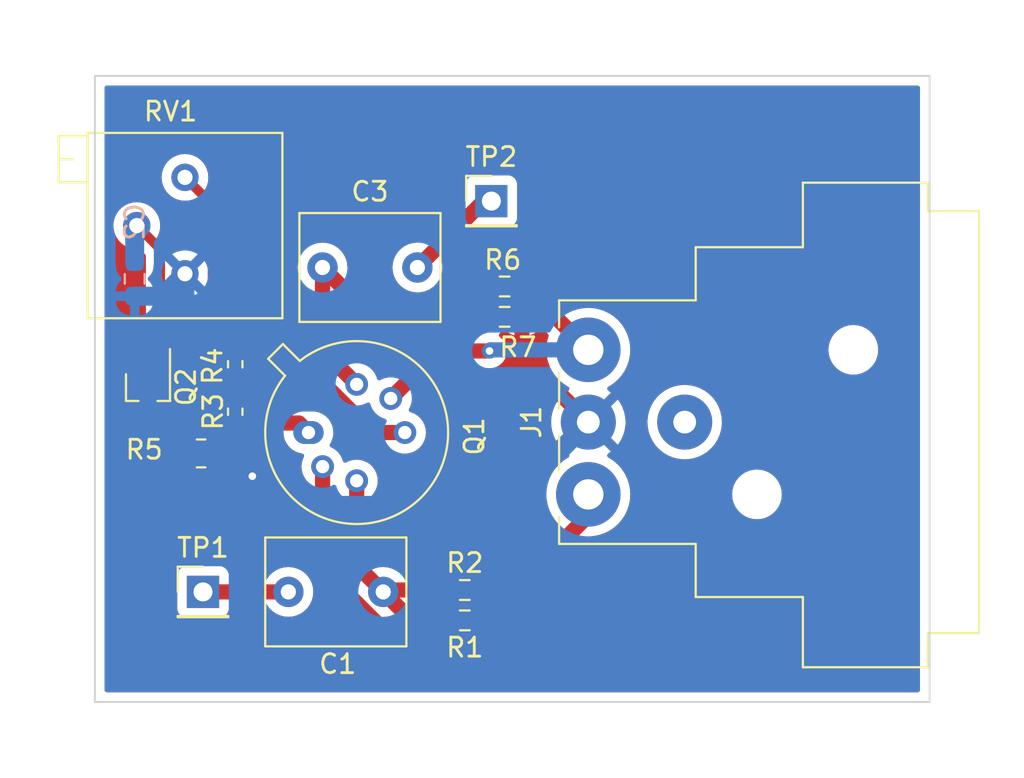
<source format=kicad_pcb>
(kicad_pcb (version 20211014) (generator pcbnew)

  (general
    (thickness 1.6)
  )

  (paper "A4")
  (layers
    (0 "F.Cu" signal)
    (31 "B.Cu" signal)
    (32 "B.Adhes" user "B.Adhesive")
    (33 "F.Adhes" user "F.Adhesive")
    (34 "B.Paste" user)
    (35 "F.Paste" user)
    (36 "B.SilkS" user "B.Silkscreen")
    (37 "F.SilkS" user "F.Silkscreen")
    (38 "B.Mask" user)
    (39 "F.Mask" user)
    (40 "Dwgs.User" user "User.Drawings")
    (41 "Cmts.User" user "User.Comments")
    (42 "Eco1.User" user "User.Eco1")
    (43 "Eco2.User" user "User.Eco2")
    (44 "Edge.Cuts" user)
    (45 "Margin" user)
    (46 "B.CrtYd" user "B.Courtyard")
    (47 "F.CrtYd" user "F.Courtyard")
    (48 "B.Fab" user)
    (49 "F.Fab" user)
    (50 "User.1" user)
    (51 "User.2" user)
    (52 "User.3" user)
    (53 "User.4" user)
    (54 "User.5" user)
    (55 "User.6" user)
    (56 "User.7" user)
    (57 "User.8" user)
    (58 "User.9" user)
  )

  (setup
    (stackup
      (layer "F.SilkS" (type "Top Silk Screen"))
      (layer "F.Paste" (type "Top Solder Paste"))
      (layer "F.Mask" (type "Top Solder Mask") (thickness 0.01))
      (layer "F.Cu" (type "copper") (thickness 0.035))
      (layer "dielectric 1" (type "core") (thickness 1.51) (material "FR4") (epsilon_r 4.5) (loss_tangent 0.02))
      (layer "B.Cu" (type "copper") (thickness 0.035))
      (layer "B.Mask" (type "Bottom Solder Mask") (thickness 0.01))
      (layer "B.Paste" (type "Bottom Solder Paste"))
      (layer "B.SilkS" (type "Bottom Silk Screen"))
      (copper_finish "None")
      (dielectric_constraints no)
    )
    (pad_to_mask_clearance 0)
    (pcbplotparams
      (layerselection 0x00010fc_ffffffff)
      (disableapertmacros false)
      (usegerberextensions false)
      (usegerberattributes true)
      (usegerberadvancedattributes true)
      (creategerberjobfile true)
      (svguseinch false)
      (svgprecision 6)
      (excludeedgelayer true)
      (plotframeref false)
      (viasonmask false)
      (mode 1)
      (useauxorigin false)
      (hpglpennumber 1)
      (hpglpenspeed 20)
      (hpglpendiameter 15.000000)
      (dxfpolygonmode true)
      (dxfimperialunits true)
      (dxfusepcbnewfont true)
      (psnegative false)
      (psa4output false)
      (plotreference true)
      (plotvalue true)
      (plotinvisibletext false)
      (sketchpadsonfab false)
      (subtractmaskfromsilk false)
      (outputformat 1)
      (mirror false)
      (drillshape 1)
      (scaleselection 1)
      (outputdirectory "")
    )
  )

  (net 0 "")
  (net 1 "Net-(C1-Pad1)")
  (net 2 "Net-(C1-Pad2)")
  (net 3 "Net-(C2-Pad1)")
  (net 4 "GND")
  (net 5 "Net-(C3-Pad1)")
  (net 6 "Net-(C3-Pad2)")
  (net 7 "Net-(J1-Pad1)")
  (net 8 "Net-(J1-Pad2)")
  (net 9 "Net-(Q1-Pad1)")
  (net 10 "Net-(Q1-Pad4)")
  (net 11 "Net-(Q2-Pad2)")
  (net 12 "Net-(Q2-Pad3)")

  (footprint "Capacitor_THT:C_Rect_L7.2mm_W5.5mm_P5.00mm_FKS2_FKP2_MKS2_MKP2" (layer "F.Cu") (at 104 75.1))

  (footprint "Resistor_SMD:R_0402_1005Metric_Pad0.72x0.64mm_HandSolder" (layer "F.Cu") (at 99.4 80.2025 -90))

  (footprint "Resistor_SMD:R_0603_1608Metric_Pad0.98x0.95mm_HandSolder" (layer "F.Cu") (at 111.5 92.1))

  (footprint "Connector_Audio:Jack_XLR_Neutrik_NC3MAAH-0_Horizontal" (layer "F.Cu") (at 118.01 87.06 90))

  (footprint "Connector_PinHeader_2.54mm:PinHeader_1x01_P2.54mm_Vertical" (layer "F.Cu") (at 97.7 92.2))

  (footprint "Connector_PinHeader_2.54mm:PinHeader_1x01_P2.54mm_Vertical" (layer "F.Cu") (at 112.9 71.6))

  (footprint "Resistor_SMD:R_0402_1005Metric_Pad0.72x0.64mm_HandSolder" (layer "F.Cu") (at 99.4 82.7 90))

  (footprint "Capacitor_THT:C_Rect_L7.2mm_W5.5mm_P5.00mm_FKS2_FKP2_MKS2_MKP2" (layer "F.Cu") (at 102.2 92.2))

  (footprint "Package_TO_SOT_SMD:SOT-323_SC-70_Handsoldering" (layer "F.Cu") (at 94.8 81.4 -90))

  (footprint "Resistor_SMD:R_0805_2012Metric_Pad1.20x1.40mm_HandSolder" (layer "F.Cu") (at 97.6 84.9))

  (footprint "Package_TO_SOT_THT:TO-39-6" (layer "F.Cu") (at 103.26 83.8))

  (footprint "Resistor_SMD:R_0603_1608Metric_Pad0.98x0.95mm_HandSolder" (layer "F.Cu") (at 111.5 93.7 180))

  (footprint "Resistor_SMD:R_0603_1608Metric_Pad0.98x0.95mm_HandSolder" (layer "F.Cu") (at 113.6 77.7))

  (footprint "Resistor_SMD:R_0603_1608Metric_Pad0.98x0.95mm_HandSolder" (layer "F.Cu") (at 113.6 76.1 180))

  (footprint "Potentiometer_THT:Potentiometer_Bourns_3299P_Horizontal" (layer "F.Cu") (at 96.75 70.35))

  (footprint "Resistor_SMD:R_0603_1608Metric_Pad0.98x0.95mm_HandSolder" (layer "B.Cu") (at 94.1 75.7 -90))

  (gr_line (start 136 98) (end 92 98) (layer "Edge.Cuts") (width 0.1) (tstamp 052fad54-6e24-4dc3-99c3-c9a6ee2ec1c0))
  (gr_line (start 92 98) (end 92 65) (layer "Edge.Cuts") (width 0.1) (tstamp 3079a71c-4d58-4bc1-8da5-b858e303ef06))
  (gr_line (start 92 65) (end 136 65) (layer "Edge.Cuts") (width 0.1) (tstamp 75e47c45-fbef-4c9f-8492-6a9b3174fb45))
  (gr_line (start 136 65) (end 136 98) (layer "Edge.Cuts") (width 0.1) (tstamp b1012416-5233-4723-9461-14b191e99a67))

  (segment (start 97.7 92.2) (end 102.2 92.2) (width 0.8) (layer "F.Cu") (net 1) (tstamp 0934cb4f-24b8-4ba9-8f6b-d26c875e9674))
  (segment (start 105.8 90.8) (end 107.2 92.2) (width 0.8) (layer "F.Cu") (net 2) (tstamp 1287c24a-43f9-4e19-b191-42a44fb20c68))
  (segment (start 110.5875 92.1) (end 107.3 92.1) (width 0.8) (layer "F.Cu") (net 2) (tstamp 58cd49c1-54df-43bb-905b-f12b312ada34))
  (segment (start 105.8 86.34) (end 105.8 90.8) (width 0.8) (layer "F.Cu") (net 2) (tstamp 8cfcfb56-5a53-4941-b671-e4dbae65a8ed))
  (segment (start 107.3 92.1) (end 107.2 92.2) (width 0.8) (layer "F.Cu") (net 2) (tstamp 967d2063-6120-4d9b-bb5a-8a9575db0ab8))
  (segment (start 108.7 93.7) (end 107.2 92.2) (width 0.8) (layer "F.Cu") (net 2) (tstamp a9a49cb1-d796-43c9-a4fc-6e6bcb9d94f7))
  (segment (start 110.5875 93.7) (end 108.7 93.7) (width 0.8) (layer "F.Cu") (net 2) (tstamp ddcdc9a8-43a4-40b1-8182-94c62b1e0375))
  (segment (start 95.45 80.07) (end 95.45 74.13) (width 0.5) (layer "F.Cu") (net 3) (tstamp 31438dce-0239-49d4-932b-36c10c4e4036))
  (segment (start 95.45 74.13) (end 94.21 72.89) (width 0.5) (layer "F.Cu") (net 3) (tstamp cc2d92be-2a64-46f8-bfff-f2f91337f148))
  (segment (start 94.1 73) (end 94.21 72.89) (width 1) (layer "B.Cu") (net 3) (tstamp 12d82afa-2903-43b3-9007-7cb8dcf98e2e))
  (segment (start 94.1 74.7875) (end 94.1 73) (width 1) (layer "B.Cu") (net 3) (tstamp 48a75277-5b2d-402e-9d74-81ee2dfbfd55))
  (segment (start 114.5125 79.7525) (end 118.01 83.25) (width 0.8) (layer "F.Cu") (net 4) (tstamp 0876cce9-806c-408b-9c75-9b4075f74778))
  (segment (start 114.5125 77.7) (end 114.5125 79.7525) (width 0.8) (layer "F.Cu") (net 4) (tstamp 11b2be98-3538-42b5-bf34-7d193e1b16c6))
  (segment (start 99 84.8) (end 100.3 86.1) (width 1) (layer "F.Cu") (net 4) (tstamp 484b1152-4acd-411f-83ac-5dfd6c63aa5d))
  (segment (start 98.9125 84.8) (end 99 84.8) (width 1) (layer "F.Cu") (net 4) (tstamp b31459b2-b640-4009-ac19-11e0cba6bea8))
  (segment (start 112.4125 88.8475) (end 118.01 83.25) (width 0.8) (layer "F.Cu") (net 4) (tstamp bb559dd2-8f5c-4659-8455-2f2b44017644))
  (segment (start 112.4125 92.1) (end 112.4125 88.8475) (width 0.8) (layer "F.Cu") (net 4) (tstamp c2dff477-c5da-4708-9dac-2e9dbf228add))
  (via (at 100.3 86.1) (size 0.8) (drill 0.4) (layers "F.Cu" "B.Cu") (net 4) (tstamp 44790fde-3f42-47d9-9129-4636b6a0205f))
  (segment (start 96.75 75.43) (end 96.75 82.55) (width 1) (layer "B.Cu") (net 4) (tstamp 260e5a89-b7f5-49b7-a355-20ae4890cd9e))
  (segment (start 96.75 82.55) (end 100.3 86.1) (width 1) (layer "B.Cu") (net 4) (tstamp 624f6c88-3e01-4201-b39c-eb9c662fe4a0))
  (segment (start 95.5675 76.6125) (end 96.75 75.43) (width 1) (layer "B.Cu") (net 4) (tstamp 70b9a9ed-343f-48a9-b29a-f746b24669c9))
  (segment (start 113.620489 87.639511) (end 118.01 83.25) (width 1) (layer "B.Cu") (net 4) (tstamp 76b46a60-de38-44ee-a2a6-ab8e71ed4619))
  (segment (start 100.3 86.1) (end 101.839511 87.639511) (width 1) (layer "B.Cu") (net 4) (tstamp 836cad68-155c-41fe-9ed1-34b208d84bd2))
  (segment (start 94.1 76.6125) (end 95.5675 76.6125) (width 1) (layer "B.Cu") (net 4) (tstamp 96d47713-3245-4ad8-8720-5a4f5c65664a))
  (segment (start 101.839511 87.639511) (end 113.620489 87.639511) (width 1) (layer "B.Cu") (net 4) (tstamp 9c7baacb-bc85-4a4b-a7f5-b0f5ce704fd7))
  (segment (start 104 75.1) (end 106.6 77.7) (width 0.8) (layer "F.Cu") (net 5) (tstamp 2e5814b0-7418-4d8b-9225-5761e57effce))
  (segment (start 104 79.46) (end 105.8 81.26) (width 0.8) (layer "F.Cu") (net 5) (tstamp 438da56a-1b0d-4d75-99c6-f5d4b8faaaf4))
  (segment (start 112.6875 76.1) (end 110.8 76.1) (width 0.8) (layer "F.Cu") (net 5) (tstamp 627a38e0-99ca-4c20-9dab-d8ea51db1f9c))
  (segment (start 104 75.1) (end 104 79.46) (width 0.8) (layer "F.Cu") (net 5) (tstamp af2f5001-ef30-4842-b1b1-4273c46ea40e))
  (segment (start 110.8 76.1) (end 109.2 77.7) (width 0.8) (layer "F.Cu") (net 5) (tstamp d8c1b467-0b40-4616-be09-dc6a4917bad4))
  (segment (start 109.2 77.7) (end 112.6875 77.7) (width 0.8) (layer "F.Cu") (net 5) (tstamp e101aba5-8df9-4833-8cd5-c3ad97d7ed5b))
  (segment (start 106.6 77.7) (end 109.2 77.7) (width 0.8) (layer "F.Cu") (net 5) (tstamp f548f245-6717-42a0-b8a7-503017179ae0))
  (segment (start 112.9 71.6) (end 112.5 71.6) (width 0.8) (layer "F.Cu") (net 6) (tstamp ba751583-f4bc-4d98-a300-3a67b918180f))
  (segment (start 112.5 71.6) (end 109 75.1) (width 0.8) (layer "F.Cu") (net 6) (tstamp f9ad19ca-4d16-4fc2-9e73-1664b2216143))
  (segment (start 112.483725 93.7) (end 118.01 88.173725) (width 0.8) (layer "F.Cu") (net 7) (tstamp 28074732-450b-4d00-baa3-04538c3e15d5))
  (segment (start 104.003949 85.596051) (end 104.003949 90.983158) (width 0.8) (layer "F.Cu") (net 7) (tstamp 31749cfd-63b9-405f-b3ab-7c7dd2e8f026))
  (segment (start 107.795311 94.77452) (end 111.33798 94.77452) (width 0.8) (layer "F.Cu") (net 7) (tstamp 77b2d63e-9265-4b70-9d37-d7652bf0aadf))
  (segment (start 104.003949 90.983158) (end 107.795311 94.77452) (width 0.8) (layer "F.Cu") (net 7) (tstamp a01ac407-7c42-4fbf-b55c-92d401d89dbc))
  (segment (start 111.33798 94.77452) (end 112.4125 93.7) (width 0.8) (layer "F.Cu") (net 7) (tstamp bcb0dcc5-ca00-4929-9d8d-1a963652bafa))
  (segment (start 112.4125 93.7) (end 112.483725 93.7) (width 0.8) (layer "F.Cu") (net 7) (tstamp c69bf6e7-1e8b-42b2-9f78-23d4fd7acbba))
  (segment (start 118.01 88.173725) (end 118.01 87.06) (width 0.8) (layer "F.Cu") (net 7) (tstamp d86ceb49-3c5f-45e5-a483-d6647c0ad95a))
  (segment (start 110.1 79.5) (end 107.596051 82.003949) (width 0.8) (layer "F.Cu") (net 8) (tstamp 08555884-ae4b-4c2a-9525-fb13e2f595f7))
  (segment (start 112.8 79.5) (end 110.1 79.5) (width 0.8) (layer "F.Cu") (net 8) (tstamp 3e9c6e9e-971e-4087-959d-7cf1486899a2))
  (segment (start 114.67 76.1) (end 118.01 79.44) (width 0.8) (layer "F.Cu") (net 8) (tstamp d199289d-b5d8-4137-bd18-9d5843abce0e))
  (segment (start 114.5125 76.1) (end 114.67 76.1) (width 0.8) (layer "F.Cu") (net 8) (tstamp e6e0e033-fdcb-4fe2-95b2-6c294f4e7639))
  (via (at 112.8 79.5) (size 0.8) (drill 0.4) (layers "F.Cu" "B.Cu") (net 8) (tstamp 15d7c9e1-c08d-4169-8adc-38c093b71114))
  (segment (start 118.01 79.44) (end 112.86 79.44) (width 0.8) (layer "B.Cu") (net 8) (tstamp 595561c9-dfc0-46d8-8472-7aa3fd36e58d))
  (segment (start 112.86 79.44) (end 112.8 79.5) (width 0.8) (layer "B.Cu") (net 8) (tstamp b7245ba1-dc26-4845-aeab-ef49b931f915))
  (segment (start 102.7575 83.2975) (end 103.26 83.8) (width 0.8) (layer "F.Cu") (net 9) (tstamp 3e864430-5c39-4b59-992e-3f1f42d6674a))
  (segment (start 99.4 83.2975) (end 102.7575 83.2975) (width 0.8) (layer "F.Cu") (net 9) (tstamp 47262fef-cec3-4534-bcea-755452d36c8c))
  (segment (start 99.4 79.605) (end 102.448634 79.605) (width 0.8) (layer "F.Cu") (net 10) (tstamp 8cfe0b1a-3d44-4632-9a16-39faa5cd0b84))
  (segment (start 106.643634 83.8) (end 108.34 83.8) (width 0.8) (layer "F.Cu") (net 10) (tstamp be22a03d-915d-45ff-abde-62d167383a68))
  (segment (start 102.448634 79.605) (end 106.643634 83.8) (width 0.8) (layer "F.Cu") (net 10) (tstamp fccca690-33f9-48e2-aa7a-611847ac603a))
  (segment (start 93.85048 82.24952) (end 93.85048 84.65048) (width 1) (layer "F.Cu") (net 11) (tstamp 21334618-8ea5-486c-b9b5-5dfbd4e69037))
  (segment (start 93.85048 84.65048) (end 94.1 84.9) (width 1) (layer "F.Cu") (net 11) (tstamp 330c1efc-b785-43cd-b8b2-63d6530d34e5))
  (segment (start 93.85048 80.36952) (end 93.85048 82.24952) (width 1) (layer "F.Cu") (net 11) (tstamp 71651520-3822-48a7-aae0-1cd62a48be56))
  (segment (start 95.3 84.9) (end 96.6 84.9) (width 1) (layer "F.Cu") (net 11) (tstamp 969612d7-a659-438c-badd-e0a134e5ff87))
  (segment (start 95.3 84.9) (end 94.595978 84.9) (width 1) (layer "F.Cu") (net 11) (tstamp a754849f-fa47-4609-9beb-d370a72a74d4))
  (segment (start 94.1 84.9) (end 95.3 84.9) (width 1) (layer "F.Cu") (net 11) (tstamp d62fea06-0a26-4bec-bd6e-95987c52c632))
  (segment (start 93.85048 84.154502) (end 93.85048 82.24952) (width 1) (layer "F.Cu") (net 11) (tstamp e3b87bc6-e04f-4678-9f8e-b6be4e55eba8))
  (segment (start 94.15 80.07) (end 93.85048 80.36952) (width 1) (layer "F.Cu") (net 11) (tstamp e9aa5a47-15b4-4dba-8613-754e484ead1c))
  (segment (start 94.595978 84.9) (end 93.85048 84.154502) (width 1) (layer "F.Cu") (net 11) (tstamp fbbc817d-aeaf-4362-836a-9a1ddc733a7c))
  (segment (start 98.5 81.5) (end 99.4 81.5) (width 0.5) (layer "F.Cu") (net 12) (tstamp 529e64fd-f75a-4e88-8699-475eaedf5005))
  (segment (start 98.2 81.2) (end 98.5 81.5) (width 0.5) (layer "F.Cu") (net 12) (tstamp 939a676b-fe22-499e-9864-e497b54ad3f9))
  (segment (start 97.27 82.73) (end 98.5 81.5) (width 0.5) (layer "F.Cu") (net 12) (tstamp 9ad0d6aa-4aa8-461f-b893-a36e85eb59a4))
  (segment (start 94.8 82.73) (end 97.27 82.73) (width 0.5) (layer "F.Cu") (net 12) (tstamp 9f9c0e00-9f67-4e2c-bccf-347e1fc61457))
  (segment (start 98.2 71.8) (end 98.2 81.2) (width 0.5) (layer "F.Cu") (net 12) (tstamp bc312004-25b0-4435-88a6-2b1a640f0360))
  (segment (start 99.4 81.5) (end 99.4 82.1025) (width 0.8) (layer "F.Cu") (net 12) (tstamp f6123df2-5b55-48e9-acf1-53eff676d1ae))
  (segment (start 99.4 80.8) (end 99.4 81.5) (width 0.8) (layer "F.Cu") (net 12) (tstamp f67363d7-b25d-4206-8532-5c1ad3c16b47))
  (segment (start 96.75 70.35) (end 98.2 71.8) (width 0.5) (layer "F.Cu") (net 12) (tstamp f818d74a-5ffc-4388-be9e-aa337070bc87))

  (zone (net 4) (net_name "GND") (layer "F.Cu") (tstamp 61890985-e243-4bdf-a9e6-b572255cbac3) (hatch edge 0.508)
    (connect_pads (clearance 0.508))
    (min_thickness 0.254) (filled_areas_thickness no)
    (fill yes (thermal_gap 0.508) (thermal_bridge_width 0.508))
    (polygon
      (pts
        (xy 138 100)
        (xy 89 100)
        (xy 90 62)
        (xy 138 62)
      )
    )
    (filled_polygon
      (layer "F.Cu")
      (pts
        (xy 135.433621 65.528502)
        (xy 135.480114 65.582158)
        (xy 135.4915 65.6345)
        (xy 135.4915 97.3655)
        (xy 135.471498 97.433621)
        (xy 135.417842 97.480114)
        (xy 135.3655 97.4915)
        (xy 92.6345 97.4915)
        (xy 92.566379 97.471498)
        (xy 92.519886 97.417842)
        (xy 92.5085 97.3655)
        (xy 92.5085 80.365982)
        (xy 92.837106 80.365982)
        (xy 92.840119 80.397856)
        (xy 92.841421 80.411629)
        (xy 92.84198 80.423487)
        (xy 92.84198 84.092659)
        (xy 92.841243 84.106266)
        (xy 92.838445 84.132027)
        (xy 92.837156 84.14389)
        (xy 92.841281 84.191042)
        (xy 92.841501 84.193555)
        (xy 92.84198 84.204536)
        (xy 92.84198 84.588637)
        (xy 92.841243 84.602244)
        (xy 92.837962 84.632452)
        (xy 92.837156 84.639868)
        (xy 92.838689 84.657386)
        (xy 92.84153 84.689868)
        (xy 92.841859 84.694694)
        (xy 92.84198 84.697166)
        (xy 92.84198 84.700249)
        (xy 92.842941 84.710051)
        (xy 92.84617 84.742986)
        (xy 92.846292 84.744299)
        (xy 92.854393 84.836893)
        (xy 92.85588 84.842012)
        (xy 92.8564 84.847313)
        (xy 92.883271 84.936314)
        (xy 92.883606 84.937447)
        (xy 92.905958 85.01438)
        (xy 92.909571 85.026816)
        (xy 92.912024 85.031548)
        (xy 92.913564 85.036649)
        (xy 92.916458 85.042092)
        (xy 92.957211 85.11874)
        (xy 92.957823 85.119906)
        (xy 92.978597 85.159982)
        (xy 93.000588 85.202406)
        (xy 93.003911 85.206569)
        (xy 93.006414 85.211276)
        (xy 93.065235 85.283398)
        (xy 93.065926 85.284254)
        (xy 93.097218 85.323453)
        (xy 93.099722 85.325957)
        (xy 93.100364 85.326675)
        (xy 93.104065 85.331008)
        (xy 93.131415 85.364542)
        (xy 93.136163 85.36847)
        (xy 93.136164 85.368471)
        (xy 93.166738 85.393764)
        (xy 93.175517 85.401752)
        (xy 93.34315 85.569384)
        (xy 93.352252 85.579527)
        (xy 93.375968 85.609025)
        (xy 93.380696 85.612992)
        (xy 93.414421 85.641291)
        (xy 93.41807 85.644473)
        (xy 93.419883 85.646117)
        (xy 93.422075 85.648309)
        (xy 93.455276 85.67558)
        (xy 93.456164 85.676318)
        (xy 93.459072 85.678757)
        (xy 93.522753 85.732193)
        (xy 93.522756 85.732195)
        (xy 93.527474 85.736154)
        (xy 93.532147 85.738723)
        (xy 93.536262 85.742103)
        (xy 93.541691 85.745014)
        (xy 93.541694 85.745016)
        (xy 93.61818 85.786028)
        (xy 93.619338 85.786657)
        (xy 93.693556 85.827458)
        (xy 93.700787 85.831433)
        (xy 93.705865 85.833044)
        (xy 93.710563 85.835563)
        (xy 93.799498 85.862753)
        (xy 93.800702 85.863128)
        (xy 93.889306 85.891235)
        (xy 93.894597 85.891828)
        (xy 93.899698 85.893388)
        (xy 93.992311 85.902795)
        (xy 93.993431 85.902915)
        (xy 94.043227 85.9085)
        (xy 94.046756 85.9085)
        (xy 94.047739 85.908555)
        (xy 94.053426 85.909003)
        (xy 94.073683 85.91106)
        (xy 94.090336 85.912752)
        (xy 94.090339 85.912752)
        (xy 94.096463 85.913374)
        (xy 94.142112 85.909059)
        (xy 94.153969 85.9085)
        (xy 94.538074 85.9085)
        (xy 94.550807 85.909145)
        (xy 94.586312 85.912752)
        (xy 94.586317 85.912752)
        (xy 94.59244 85.913374)
        (xy 94.638086 85.909059)
        (xy 94.649945 85.9085)
        (xy 95.683694 85.9085)
        (xy 95.751815 85.928502)
        (xy 95.765702 85.939683)
        (xy 95.765771 85.939596)
        (xy 95.771517 85.944134)
        (xy 95.776697 85.949305)
        (xy 95.782927 85.953145)
        (xy 95.782928 85.953146)
        (xy 95.920288 86.037816)
        (xy 95.927262 86.042115)
        (xy 95.974247 86.057699)
        (xy 96.088611 86.095632)
        (xy 96.088613 86.095632)
        (xy 96.095139 86.097797)
        (xy 96.101975 86.098497)
        (xy 96.101978 86.098498)
        (xy 96.145031 86.102909)
        (xy 96.1996 86.1085)
        (xy 97.0004 86.1085)
        (xy 97.003646 86.108163)
        (xy 97.00365 86.108163)
        (xy 97.099308 86.098238)
        (xy 97.099312 86.098237)
        (xy 97.106166 86.097526)
        (xy 97.112702 86.095345)
        (xy 97.112704 86.095345)
        (xy 97.246691 86.050643)
        (xy 97.273946 86.04155)
        (xy 97.424348 85.948478)
        (xy 97.460012 85.912752)
        (xy 97.511138 85.861537)
        (xy 97.573421 85.827458)
        (xy 97.644241 85.832461)
        (xy 97.689329 85.861382)
        (xy 97.771829 85.943739)
        (xy 97.78324 85.952751)
        (xy 97.921243 86.037816)
        (xy 97.934424 86.043963)
        (xy 98.08871 86.095138)
        (xy 98.102086 86.098005)
        (xy 98.196438 86.107672)
        (xy 98.202854 86.108)
        (xy 98.327885 86.108)
        (xy 98.343124 86.103525)
        (xy 98.344329 86.102135)
        (xy 98.346 86.094452)
        (xy 98.346 86.089884)
        (xy 98.854 86.089884)
        (xy 98.858475 86.105123)
        (xy 98.859865 86.106328)
        (xy 98.867548 86.107999)
        (xy 98.997095 86.107999)
        (xy 99.003614 86.107662)
        (xy 99.099206 86.097743)
        (xy 99.1126 86.094851)
        (xy 99.266784 86.043412)
        (xy 99.279962 86.037239)
        (xy 99.417807 85.951937)
        (xy 99.429208 85.942901)
        (xy 99.543739 85.828171)
        (xy 99.552751 85.81676)
        (xy 99.637816 85.678757)
        (xy 99.643963 85.665576)
        (xy 99.695138 85.51129)
        (xy 99.698005 85.497914)
        (xy 99.707672 85.403562)
        (xy 99.708 85.397146)
        (xy 99.708 85.172115)
        (xy 99.703525 85.156876)
        (xy 99.702135 85.155671)
        (xy 99.694452 85.154)
        (xy 98.872115 85.154)
        (xy 98.856876 85.158475)
        (xy 98.855671 85.159865)
        (xy 98.854 85.167548)
        (xy 98.854 86.089884)
        (xy 98.346 86.089884)
        (xy 98.346 84.772)
        (xy 98.366002 84.703879)
        (xy 98.419658 84.657386)
        (xy 98.472 84.646)
        (xy 99.689884 84.646)
        (xy 99.705123 84.641525)
        (xy 99.706328 84.640135)
        (xy 99.707999 84.632452)
        (xy 99.707999 84.402905)
        (xy 99.707662 84.396388)
        (xy 99.70233 84.345004)
        (xy 99.715195 84.275183)
        (xy 99.763765 84.223401)
        (xy 99.827657 84.206)
        (xy 101.945764 84.206)
        (xy 102.013885 84.226002)
        (xy 102.060464 84.279848)
        (xy 102.092191 84.349627)
        (xy 102.094674 84.355087)
        (xy 102.217054 84.527611)
        (xy 102.36985 84.673881)
        (xy 102.547548 84.78862)
        (xy 102.607646 84.81284)
        (xy 102.738168 84.865442)
        (xy 102.738171 84.865443)
        (xy 102.743737 84.867686)
        (xy 102.810039 84.880634)
        (xy 102.931892 84.904431)
        (xy 102.994916 84.937119)
        (xy 103.030263 84.998691)
        (xy 103.02671 85.069599)
        (xy 103.019253 85.086757)
        (xy 102.975441 85.170029)
        (xy 102.915027 85.364594)
        (xy 102.891081 85.56691)
        (xy 102.904406 85.770202)
        (xy 102.954554 85.967661)
        (xy 103.039847 86.152675)
        (xy 103.04318 86.157391)
        (xy 103.072346 86.19866)
        (xy 103.095449 86.27138)
        (xy 103.095449 90.901741)
        (xy 103.093898 90.92145)
        (xy 103.091697 90.935348)
        (xy 103.092042 90.941935)
        (xy 103.092042 90.94194)
        (xy 103.094043 90.980116)
        (xy 103.077634 91.04919)
        (xy 103.026484 91.098427)
        (xy 102.956836 91.112195)
        (xy 102.895944 91.089922)
        (xy 102.861259 91.065635)
        (xy 102.856749 91.062477)
        (xy 102.851767 91.060154)
        (xy 102.851762 91.060151)
        (xy 102.654225 90.968039)
        (xy 102.654224 90.968039)
        (xy 102.649243 90.965716)
        (xy 102.643935 90.964294)
        (xy 102.643933 90.964293)
        (xy 102.433402 90.907881)
        (xy 102.4334 90.907881)
        (xy 102.428087 90.906457)
        (xy 102.2 90.886502)
        (xy 101.971913 90.906457)
        (xy 101.9666 90.907881)
        (xy 101.966598 90.907881)
        (xy 101.756067 90.964293)
        (xy 101.756065 90.964294)
        (xy 101.750757 90.965716)
        (xy 101.745776 90.968039)
        (xy 101.745775 90.968039)
        (xy 101.548238 91.060151)
        (xy 101.548233 91.060154)
        (xy 101.543251 91.062477)
        (xy 101.447974 91.129191)
        (xy 101.360211 91.190643)
        (xy 101.360208 91.190645)
        (xy 101.3557 91.193802)
        (xy 101.294907 91.254595)
        (xy 101.232595 91.288621)
        (xy 101.205812 91.2915)
        (xy 99.158498 91.2915)
        (xy 99.090377 91.271498)
        (xy 99.043884 91.217842)
        (xy 99.040516 91.20973)
        (xy 99.003767 91.111703)
        (xy 99.000615 91.103295)
        (xy 98.913261 90.986739)
        (xy 98.796705 90.899385)
        (xy 98.660316 90.848255)
        (xy 98.598134 90.8415)
        (xy 96.801866 90.8415)
        (xy 96.739684 90.848255)
        (xy 96.603295 90.899385)
        (xy 96.486739 90.986739)
        (xy 96.399385 91.103295)
        (xy 96.348255 91.239684)
        (xy 96.3415 91.301866)
        (xy 96.3415 93.098134)
        (xy 96.348255 93.160316)
        (xy 96.399385 93.296705)
        (xy 96.486739 93.413261)
        (xy 96.603295 93.500615)
        (xy 96.739684 93.551745)
        (xy 96.801866 93.5585)
        (xy 98.598134 93.5585)
        (xy 98.660316 93.551745)
        (xy 98.796705 93.500615)
        (xy 98.913261 93.413261)
        (xy 99.000615 93.296705)
        (xy 99.006521 93.28095)
        (xy 99.040516 93.19027)
        (xy 99.083158 93.133506)
        (xy 99.149719 93.108806)
        (xy 99.158498 93.1085)
        (xy 101.205812 93.1085)
        (xy 101.273933 93.128502)
        (xy 101.294907 93.145405)
        (xy 101.3557 93.206198)
        (xy 101.360208 93.209355)
        (xy 101.360211 93.209357)
        (xy 101.438389 93.264098)
        (xy 101.543251 93.337523)
        (xy 101.548233 93.339846)
        (xy 101.548238 93.339849)
        (xy 101.717212 93.418642)
        (xy 101.750757 93.434284)
        (xy 101.756065 93.435706)
        (xy 101.756067 93.435707)
        (xy 101.966598 93.492119)
        (xy 101.9666 93.492119)
        (xy 101.971913 93.493543)
        (xy 102.2 93.513498)
        (xy 102.428087 93.493543)
        (xy 102.4334 93.492119)
        (xy 102.433402 93.492119)
        (xy 102.643933 93.435707)
        (xy 102.643935 93.435706)
        (xy 102.649243 93.434284)
        (xy 102.682788 93.418642)
        (xy 102.851762 93.339849)
        (xy 102.851767 93.339846)
        (xy 102.856749 93.337523)
        (xy 102.961611 93.264098)
        (xy 103.039789 93.209357)
        (xy 103.039792 93.209355)
        (xy 103.0443 93.206198)
        (xy 103.206198 93.0443)
        (xy 103.337523 92.856749)
        (xy 103.339846 92.851767)
        (xy 103.339849 92.851762)
        (xy 103.431961 92.654225)
        (xy 103.431961 92.654224)
        (xy 103.434284 92.649243)
        (xy 103.493543 92.428087)
        (xy 103.513498 92.2)
        (xy 103.503164 92.081878)
        (xy 103.517153 92.012274)
        (xy 103.566553 91.961281)
        (xy 103.635679 91.945091)
        (xy 103.702584 91.968844)
        (xy 103.71778 91.981802)
        (xy 107.09533 95.359352)
        (xy 107.108171 95.374385)
        (xy 107.116445 95.385773)
        (xy 107.121354 95.390193)
        (xy 107.16727 95.431536)
        (xy 107.172055 95.436077)
        (xy 107.18657 95.450592)
        (xy 107.189134 95.452668)
        (xy 107.202527 95.463514)
        (xy 107.207542 95.467798)
        (xy 107.253456 95.509139)
        (xy 107.253461 95.509143)
        (xy 107.258367 95.51356)
        (xy 107.264083 95.51686)
        (xy 107.264087 95.516863)
        (xy 107.270548 95.520593)
        (xy 107.286844 95.531793)
        (xy 107.297781 95.540649)
        (xy 107.303659 95.543644)
        (xy 107.303662 95.543646)
        (xy 107.358737 95.571708)
        (xy 107.364534 95.574856)
        (xy 107.418032 95.605743)
        (xy 107.423755 95.609047)
        (xy 107.437137 95.613395)
        (xy 107.455396 95.620958)
        (xy 107.467941 95.62735)
        (xy 107.474311 95.629057)
        (xy 107.474314 95.629058)
        (xy 107.513385 95.639527)
        (xy 107.534023 95.645057)
        (xy 107.540336 95.646927)
        (xy 107.605383 95.668062)
        (xy 107.619386 95.669534)
        (xy 107.638815 95.673135)
        (xy 107.652408 95.676777)
        (xy 107.659005 95.677123)
        (xy 107.659007 95.677123)
        (xy 107.720695 95.680356)
        (xy 107.727269 95.680873)
        (xy 107.744427 95.682676)
        (xy 107.744429 95.682676)
        (xy 107.747701 95.68302)
        (xy 107.768237 95.68302)
        (xy 107.774831 95.683193)
        (xy 107.836529 95.686427)
        (xy 107.836534 95.686427)
        (xy 107.843121 95.686772)
        (xy 107.849637 95.68574)
        (xy 107.849638 95.68574)
        (xy 107.857018 95.684571)
        (xy 107.876728 95.68302)
        (xy 111.256563 95.68302)
        (xy 111.276272 95.684571)
        (xy 111.29017 95.686772)
        (xy 111.296757 95.686427)
        (xy 111.296762 95.686427)
        (xy 111.35846 95.683193)
        (xy 111.365054 95.68302)
        (xy 111.38559 95.68302)
        (xy 111.388862 95.682676)
        (xy 111.388864 95.682676)
        (xy 111.406022 95.680873)
        (xy 111.412596 95.680356)
        (xy 111.474288 95.677123)
        (xy 111.474292 95.677122)
        (xy 111.480883 95.676777)
        (xy 111.487264 95.675067)
        (xy 111.487266 95.675067)
        (xy 111.494471 95.673137)
        (xy 111.513905 95.669535)
        (xy 111.521334 95.668754)
        (xy 111.521343 95.668752)
        (xy 111.527908 95.668062)
        (xy 111.592977 95.64692)
        (xy 111.599279 95.645053)
        (xy 111.66535 95.627349)
        (xy 111.677888 95.62096)
        (xy 111.696154 95.613395)
        (xy 111.703252 95.611089)
        (xy 111.703254 95.611088)
        (xy 111.709536 95.609047)
        (xy 111.768765 95.574851)
        (xy 111.774559 95.571705)
        (xy 111.83551 95.540649)
        (xy 111.846447 95.531793)
        (xy 111.862743 95.520593)
        (xy 111.869204 95.516863)
        (xy 111.869208 95.51686)
        (xy 111.874924 95.51356)
        (xy 111.87983 95.509143)
        (xy 111.879835 95.509139)
        (xy 111.925749 95.467798)
        (xy 111.930764 95.463514)
        (xy 111.944157 95.452668)
        (xy 111.946721 95.450592)
        (xy 111.961236 95.436077)
        (xy 111.966021 95.431536)
        (xy 112.011937 95.390193)
        (xy 112.016846 95.385773)
        (xy 112.02512 95.374385)
        (xy 112.037961 95.359352)
        (xy 112.682397 94.714916)
        (xy 112.744709 94.68089)
        (xy 112.758488 94.678684)
        (xy 112.776905 94.676773)
        (xy 112.816093 94.672707)
        (xy 112.981107 94.617654)
        (xy 113.129031 94.526116)
        (xy 113.134204 94.520934)
        (xy 113.246758 94.408184)
        (xy 113.246762 94.408179)
        (xy 113.251929 94.403003)
        (xy 113.343209 94.25492)
        (xy 113.397974 94.089809)
        (xy 113.400913 94.090784)
        (xy 113.428558 94.03998)
        (xy 118.174763 89.293775)
        (xy 118.237075 89.259749)
        (xy 118.255614 89.25714)
        (xy 118.272271 89.256049)
        (xy 118.294771 89.254574)
        (xy 118.294775 89.254573)
        (xy 118.298886 89.254304)
        (xy 118.302926 89.2535)
        (xy 118.302929 89.2535)
        (xy 118.578778 89.198631)
        (xy 118.578784 89.198629)
        (xy 118.582828 89.197825)
        (xy 118.586734 89.196499)
        (xy 118.586738 89.196498)
        (xy 118.85307 89.10609)
        (xy 118.853072 89.106089)
        (xy 118.85697 89.104766)
        (xy 118.860665 89.102944)
        (xy 119.112916 88.978548)
        (xy 119.112921 88.978545)
        (xy 119.11662 88.976721)
        (xy 119.357335 88.815881)
        (xy 119.360429 88.813168)
        (xy 119.360435 88.813163)
        (xy 119.571907 88.627705)
        (xy 119.574996 88.624996)
        (xy 119.676266 88.509521)
        (xy 119.763164 88.410434)
        (xy 119.763169 88.410427)
        (xy 119.765881 88.407335)
        (xy 119.926721 88.166619)
        (xy 120.054766 87.90697)
        (xy 120.057204 87.899789)
        (xy 120.146498 87.636738)
        (xy 120.146499 87.636734)
        (xy 120.147825 87.632828)
        (xy 120.171417 87.514225)
        (xy 120.2035 87.352929)
        (xy 120.2035 87.352926)
        (xy 120.204304 87.348886)
        (xy 120.223239 87.06)
        (xy 125.586502 87.06)
        (xy 125.606457 87.288087)
        (xy 125.607881 87.2934)
        (xy 125.607881 87.293402)
        (xy 125.621646 87.344771)
        (xy 125.665716 87.509243)
        (xy 125.668039 87.514224)
        (xy 125.668039 87.514225)
        (xy 125.760151 87.711762)
        (xy 125.760154 87.711767)
        (xy 125.762477 87.716749)
        (xy 125.893802 87.9043)
        (xy 126.0557 88.066198)
        (xy 126.060208 88.069355)
        (xy 126.060211 88.069357)
        (xy 126.138389 88.124098)
        (xy 126.243251 88.197523)
        (xy 126.248233 88.199846)
        (xy 126.248238 88.199849)
        (xy 126.445775 88.291961)
        (xy 126.450757 88.294284)
        (xy 126.456065 88.295706)
        (xy 126.456067 88.295707)
        (xy 126.666598 88.352119)
        (xy 126.6666 88.352119)
        (xy 126.671913 88.353543)
        (xy 126.77148 88.362254)
        (xy 126.840149 88.368262)
        (xy 126.840156 88.368262)
        (xy 126.842873 88.3685)
        (xy 126.957127 88.3685)
        (xy 126.959844 88.368262)
        (xy 126.959851 88.368262)
        (xy 127.02852 88.362254)
        (xy 127.128087 88.353543)
        (xy 127.1334 88.352119)
        (xy 127.133402 88.352119)
        (xy 127.343933 88.295707)
        (xy 127.343935 88.295706)
        (xy 127.349243 88.294284)
        (xy 127.354225 88.291961)
        (xy 127.551762 88.199849)
        (xy 127.551767 88.199846)
        (xy 127.556749 88.197523)
        (xy 127.661611 88.124098)
        (xy 127.739789 88.069357)
        (xy 127.739792 88.069355)
        (xy 127.7443 88.066198)
        (xy 127.906198 87.9043)
        (xy 128.037523 87.716749)
        (xy 128.039846 87.711767)
        (xy 128.039849 87.711762)
        (xy 128.131961 87.514225)
        (xy 128.131961 87.514224)
        (xy 128.134284 87.509243)
        (xy 128.178355 87.344771)
        (xy 128.192119 87.293402)
        (xy 128.192119 87.2934)
        (xy 128.193543 87.288087)
        (xy 128.213498 87.06)
        (xy 128.193543 86.831913)
        (xy 128.192119 86.826598)
        (xy 128.135707 86.616067)
        (xy 128.135706 86.616065)
        (xy 128.134284 86.610757)
        (xy 128.131764 86.605352)
        (xy 128.039849 86.408238)
        (xy 128.039846 86.408233)
        (xy 128.037523 86.403251)
        (xy 127.945186 86.27138)
        (xy 127.909357 86.220211)
        (xy 127.909355 86.220208)
        (xy 127.906198 86.2157)
        (xy 127.7443 86.053802)
        (xy 127.739792 86.050645)
        (xy 127.739789 86.050643)
        (xy 127.621278 85.967661)
        (xy 127.556749 85.922477)
        (xy 127.551767 85.920154)
        (xy 127.551762 85.920151)
        (xy 127.354225 85.828039)
        (xy 127.354224 85.828039)
        (xy 127.349243 85.825716)
        (xy 127.343935 85.824294)
        (xy 127.343933 85.824293)
        (xy 127.133402 85.767881)
        (xy 127.1334 85.767881)
        (xy 127.128087 85.766457)
        (xy 127.02852 85.757746)
        (xy 126.959851 85.751738)
        (xy 126.959844 85.751738)
        (xy 126.957127 85.7515)
        (xy 126.842873 85.7515)
        (xy 126.840156 85.751738)
        (xy 126.840149 85.751738)
        (xy 126.77148 85.757746)
        (xy 126.671913 85.766457)
        (xy 126.6666 85.767881)
        (xy 126.666598 85.767881)
        (xy 126.456067 85.824293)
        (xy 126.456065 85.824294)
        (xy 126.450757 85.825716)
        (xy 126.445776 85.828039)
        (xy 126.445775 85.828039)
        (xy 126.248238 85.920151)
        (xy 126.248233 85.920154)
        (xy 126.243251 85.922477)
        (xy 126.178722 85.967661)
        (xy 126.060211 86.050643)
        (xy 126.060208 86.050645)
        (xy 126.0557 86.053802)
        (xy 125.893802 86.2157)
        (xy 125.890645 86.220208)
        (xy 125.890643 86.220211)
        (xy 125.854814 86.27138)
        (xy 125.762477 86.403251)
        (xy 125.760154 86.408233)
        (xy 125.760151 86.408238)
        (xy 125.668236 86.605352)
        (xy 125.665716 86.610757)
        (xy 125.664294 86.616065)
        (xy 125.664293 86.616067)
        (xy 125.607881 86.826598)
        (xy 125.606457 86.831913)
        (xy 125.586502 87.06)
        (xy 120.223239 87.06)
        (xy 120.207941 86.826598)
        (xy 120.204574 86.775229)
        (xy 120.204573 86.775225)
        (xy 120.204304 86.771114)
        (xy 120.173464 86.616067)
        (xy 120.148631 86.491222)
        (xy 120.148629 86.491216)
        (xy 120.147825 86.487172)
        (xy 120.121031 86.408238)
        (xy 120.05609 86.21693)
        (xy 120.056089 86.216928)
        (xy 120.054766 86.21303)
        (xy 120.04768 86.19866)
        (xy 119.933763 85.967661)
        (xy 119.926721 85.953381)
        (xy 119.765881 85.712665)
        (xy 119.763169 85.709573)
        (xy 119.763164 85.709566)
        (xy 119.577705 85.498093)
        (xy 119.574996 85.495004)
        (xy 119.51155 85.439363)
        (xy 119.360435 85.306837)
        (xy 119.360429 85.306832)
        (xy 119.357335 85.304119)
        (xy 119.11662 85.143279)
        (xy 119.112922 85.141455)
        (xy 119.112911 85.141449)
        (xy 119.073219 85.121876)
        (xy 119.020969 85.073809)
        (xy 119.003002 85.005123)
        (xy 119.025021 84.937627)
        (xy 119.058944 84.904105)
        (xy 119.191318 84.815656)
        (xy 119.199606 84.805738)
        (xy 119.19235 84.79156)
        (xy 118.022812 83.622022)
        (xy 118.008868 83.614408)
        (xy 118.007035 83.614539)
        (xy 118.00042 83.61879)
        (xy 116.828985 84.790225)
        (xy 116.821819 84.803348)
        (xy 116.829209 84.81365)
        (xy 116.877808 84.853217)
        (xy 116.885084 84.85833)
        (xy 116.955927 84.900981)
        (xy 117.003971 84.953253)
        (xy 117.016127 85.023201)
        (xy 116.988537 85.088617)
        (xy 116.946665 85.121933)
        (xy 116.903381 85.143279)
        (xy 116.662665 85.304119)
        (xy 116.659573 85.306831)
        (xy 116.659566 85.306836)
        (xy 116.50845 85.439363)
        (xy 116.445004 85.495004)
        (xy 116.442295 85.498093)
        (xy 116.256836 85.709566)
        (xy 116.256831 85.709573)
        (xy 116.254119 85.712665)
        (xy 116.093279 85.953381)
        (xy 116.086237 85.967661)
        (xy 115.972321 86.19866)
        (xy 115.965234 86.21303)
        (xy 115.963911 86.216928)
        (xy 115.96391 86.21693)
        (xy 115.89897 86.408238)
        (xy 115.872175 86.487172)
        (xy 115.871371 86.491216)
        (xy 115.871369 86.491222)
        (xy 115.846536 86.616067)
        (xy 115.815696 86.771114)
        (xy 115.815427 86.775225)
        (xy 115.815426 86.775229)
        (xy 115.812059 86.826598)
        (xy 115.796761 87.06)
        (xy 115.815696 87.348886)
        (xy 115.8165 87.352926)
        (xy 115.8165 87.352929)
        (xy 115.848584 87.514225)
        (xy 115.872175 87.632828)
        (xy 115.873501 87.636734)
        (xy 115.873502 87.636738)
        (xy 115.962796 87.899789)
        (xy 115.965234 87.90697)
        (xy 116.093279 88.166619)
        (xy 116.254119 88.407335)
        (xy 116.287256 88.44512)
        (xy 116.317133 88.509521)
        (xy 116.307449 88.579854)
        (xy 116.28162 88.617292)
        (xy 113.459528 91.439384)
        (xy 113.397216 91.47341)
        (xy 113.326401 91.468345)
        (xy 113.269565 91.425798)
        (xy 113.263287 91.41659)
        (xy 113.254571 91.402505)
        (xy 113.24554 91.39111)
        (xy 113.132871 91.278637)
        (xy 113.12146 91.269625)
        (xy 112.985937 91.186088)
        (xy 112.972759 91.179944)
        (xy 112.821234 91.129685)
        (xy 112.807868 91.126819)
        (xy 112.71523 91.117328)
        (xy 112.708815 91.117)
        (xy 112.684615 91.117)
        (xy 112.669376 91.121475)
        (xy 112.668171 91.122865)
        (xy 112.6665 91.130548)
        (xy 112.6665 92.180222)
        (xy 112.646498 92.248343)
        (xy 112.629595 92.269317)
        (xy 112.581817 92.317095)
        (xy 112.519505 92.351121)
        (xy 112.492722 92.354)
        (xy 112.2845 92.354)
        (xy 112.216379 92.333998)
        (xy 112.169886 92.280342)
        (xy 112.1585 92.228)
        (xy 112.1585 91.135115)
        (xy 112.154025 91.119876)
        (xy 112.152635 91.118671)
        (xy 112.144952 91.117)
        (xy 112.116234 91.117)
        (xy 112.109718 91.117337)
        (xy 112.015868 91.127075)
        (xy 112.002472 91.129968)
        (xy 111.851047 91.180488)
        (xy 111.837885 91.186653)
        (xy 111.702508 91.270426)
        (xy 111.69111 91.27946)
        (xy 111.589607 91.38114)
        (xy 111.527324 91.415219)
        (xy 111.456504 91.410216)
        (xy 111.411416 91.381295)
        (xy 111.308183 91.278242)
        (xy 111.303003 91.273071)
        (xy 111.296772 91.26923)
        (xy 111.16115 91.185631)
        (xy 111.161148 91.18563)
        (xy 111.15492 91.181791)
        (xy 110.989809 91.127026)
        (xy 110.982973 91.126326)
        (xy 110.98297 91.126325)
        (xy 110.931474 91.121049)
        (xy 110.887072 91.1165)
        (xy 110.287928 91.1165)
        (xy 110.284682 91.116837)
        (xy 110.284678 91.116837)
        (xy 110.190765 91.126581)
        (xy 110.190761 91.126582)
        (xy 110.183907 91.127293)
        (xy 110.177371 91.129474)
        (xy 110.177369 91.129474)
        (xy 110.018893 91.182346)
        (xy 110.018584 91.181419)
        (xy 109.9733 91.1915)
        (xy 108.08074 91.1915)
        (xy 108.008469 91.168713)
        (xy 107.953964 91.130548)
        (xy 107.856749 91.062477)
        (xy 107.851767 91.060154)
        (xy 107.851762 91.060151)
        (xy 107.654225 90.968039)
        (xy 107.654224 90.968039)
        (xy 107.649243 90.965716)
        (xy 107.643935 90.964294)
        (xy 107.643933 90.964293)
        (xy 107.433402 90.907881)
        (xy 107.4334 90.907881)
        (xy 107.428087 90.906457)
        (xy 107.422611 90.905978)
        (xy 107.422606 90.905977)
        (xy 107.292904 90.89463)
        (xy 107.214249 90.887749)
        (xy 107.148131 90.861886)
        (xy 107.136136 90.851323)
        (xy 106.745405 90.460592)
        (xy 106.711379 90.39828)
        (xy 106.7085 90.371497)
        (xy 106.7085 87.019425)
        (xy 106.724564 86.957862)
        (xy 106.817004 86.792799)
        (xy 106.81886 86.787332)
        (xy 106.818862 86.787327)
        (xy 106.880634 86.605352)
        (xy 106.880635 86.605347)
        (xy 106.88249 86.599883)
        (xy 106.911723 86.398263)
        (xy 106.913249 86.34)
        (xy 106.894608 86.137126)
        (xy 106.89304 86.131566)
        (xy 106.840875 85.946606)
        (xy 106.840874 85.946604)
        (xy 106.839307 85.941047)
        (xy 106.831707 85.925634)
        (xy 106.751756 85.76351)
        (xy 106.749201 85.758329)
        (xy 106.737085 85.742103)
        (xy 106.630758 85.599715)
        (xy 106.630758 85.599714)
        (xy 106.627305 85.595091)
        (xy 106.529695 85.504861)
        (xy 106.481943 85.460719)
        (xy 106.48194 85.460717)
        (xy 106.477703 85.4568)
        (xy 106.431675 85.427759)
        (xy 106.310288 85.351169)
        (xy 106.310283 85.351167)
        (xy 106.305404 85.348088)
        (xy 106.11618 85.272595)
        (xy 105.916366 85.232849)
        (xy 105.910592 85.232773)
        (xy 105.910588 85.232773)
        (xy 105.807452 85.231424)
        (xy 105.712655 85.230183)
        (xy 105.706958 85.231162)
        (xy 105.706957 85.231162)
        (xy 105.517567 85.263705)
        (xy 105.51187 85.264684)
        (xy 105.320734 85.335198)
        (xy 105.257596 85.372761)
        (xy 105.188827 85.390401)
        (xy 105.121437 85.368061)
        (xy 105.076823 85.312833)
        (xy 105.071905 85.298678)
        (xy 105.044824 85.202657)
        (xy 105.044823 85.202655)
        (xy 105.043256 85.197098)
        (xy 105.033634 85.177585)
        (xy 104.955705 85.019561)
        (xy 104.95315 85.01438)
        (xy 104.946238 85.005123)
        (xy 104.834707 84.855766)
        (xy 104.834707 84.855765)
        (xy 104.831254 84.851142)
        (xy 104.681652 84.712851)
        (xy 104.586524 84.65283)
        (xy 104.514237 84.60722)
        (xy 104.514232 84.607218)
        (xy 104.509353 84.604139)
        (xy 104.454641 84.582311)
        (xy 104.398781 84.53849)
        (xy 104.375481 84.471426)
        (xy 104.392266 84.402188)
        (xy 104.472473 84.263546)
        (xy 104.541861 84.063729)
        (xy 104.550348 84.005196)
        (xy 104.571352 83.860336)
        (xy 104.571352 83.860333)
        (xy 104.572213 83.854396)
        (xy 104.562433 83.643101)
        (xy 104.526306 83.493197)
        (xy 104.514281 83.443299)
        (xy 104.51428 83.443297)
        (xy 104.512875 83.437466)
        (xy 104.499851 83.40882)
        (xy 104.433464 83.262812)
        (xy 104.425326 83.244913)
        (xy 104.365415 83.160454)
        (xy 104.342317 83.09332)
        (xy 104.359181 83.024355)
        (xy 104.410653 82.975456)
        (xy 104.480391 82.962147)
        (xy 104.546254 82.988654)
        (xy 104.55728 82.998459)
        (xy 105.943653 84.384832)
        (xy 105.956494 84.399865)
        (xy 105.964768 84.411253)
        (xy 105.969677 84.415673)
        (xy 106.015593 84.457016)
        (xy 106.020378 84.461557)
        (xy 106.034893 84.476072)
        (xy 106.037457 84.478148)
        (xy 106.05085 84.488994)
        (xy 106.055865 84.493278)
        (xy 106.101779 84.534619)
        (xy 106.101784 84.534623)
        (xy 106.10669 84.53904)
        (xy 106.112406 84.54234)
        (xy 106.11241 84.542343)
        (xy 106.118871 84.546073)
        (xy 106.135167 84.557273)
        (xy 106.146104 84.566129)
        (xy 106.151982 84.569124)
        (xy 106.151985 84.569126)
        (xy 106.20706 84.597188)
        (xy 106.212857 84.600336)
        (xy 106.266357 84.631224)
        (xy 106.272078 84.634527)
        (xy 106.28546 84.638875)
        (xy 106.303719 84.646438)
        (xy 106.316264 84.65283)
        (xy 106.322634 84.654537)
        (xy 106.322637 84.654538)
        (xy 106.361708 84.665007)
        (xy 106.382346 84.670537)
        (xy 106.388659 84.672407)
        (xy 106.453706 84.693542)
        (xy 106.467652 84.695008)
        (xy 106.467709 84.695014)
        (xy 106.487138 84.698615)
        (xy 106.500731 84.702257)
        (xy 106.507328 84.702603)
        (xy 106.50733 84.702603)
        (xy 106.569018 84.705836)
        (xy 106.575592 84.706353)
        (xy 106.59275 84.708156)
        (xy 106.592752 84.708156)
        (xy 106.596024 84.7085)
        (xy 106.61656 84.7085)
        (xy 106.623154 84.708673)
        (xy 106.684852 84.711907)
        (xy 106.684857 84.711907)
        (xy 106.691444 84.712252)
        (xy 106.705342 84.710051)
        (xy 106.725051 84.7085)
        (xy 107.666055 84.7085)
        (xy 107.736058 84.729735)
        (xy 107.808803 84.778342)
        (xy 107.814106 84.78062)
        (xy 107.814109 84.780622)
        (xy 107.971636 84.848301)
        (xy 107.995987 84.858763)
        (xy 108.040504 84.868836)
        (xy 108.189055 84.90245)
        (xy 108.18906 84.902451)
        (xy 108.194692 84.903725)
        (xy 108.200463 84.903952)
        (xy 108.200465 84.903952)
        (xy 108.26347 84.906427)
        (xy 108.398263 84.911723)
        (xy 108.599883 84.88249)
        (xy 108.605347 84.880635)
        (xy 108.605352 84.880634)
        (xy 108.787327 84.818862)
        (xy 108.787332 84.81886)
        (xy 108.792799 84.817004)
        (xy 108.820534 84.801472)
        (xy 108.873159 84.772)
        (xy 108.970551 84.717458)
        (xy 109.127186 84.587186)
        (xy 109.257458 84.430551)
        (xy 109.348078 84.268737)
        (xy 109.35418 84.257842)
        (xy 109.354181 84.25784)
        (xy 109.357004 84.252799)
        (xy 109.35886 84.247332)
        (xy 109.358862 84.247327)
        (xy 109.420634 84.065352)
        (xy 109.420635 84.065347)
        (xy 109.42249 84.059883)
        (xy 109.451723 83.858263)
        (xy 109.453249 83.8)
        (xy 109.439383 83.649091)
        (xy 109.435137 83.60288)
        (xy 109.435136 83.602877)
        (xy 109.434608 83.597126)
        (xy 109.405297 83.493199)
        (xy 109.380875 83.406606)
        (xy 109.380874 83.406604)
        (xy 109.379307 83.401047)
        (xy 109.375333 83.392987)
        (xy 109.291756 83.22351)
        (xy 109.289201 83.218329)
        (xy 109.270132 83.192793)
        (xy 116.048142 83.192793)
        (xy 116.058678 83.46096)
        (xy 116.059653 83.469789)
        (xy 116.107869 83.733799)
        (xy 116.110078 83.742401)
        (xy 116.195012 83.996979)
        (xy 116.198416 84.005196)
        (xy 116.318374 84.24527)
        (xy 116.322893 84.25291)
        (xy 116.445408 84.430176)
        (xy 116.45573 84.438531)
        (xy 116.469383 84.431407)
        (xy 117.637978 83.262812)
        (xy 117.644356 83.251132)
        (xy 118.374408 83.251132)
        (xy 118.374539 83.252965)
        (xy 118.37879 83.25958)
        (xy 119.551007 84.431797)
        (xy 119.564407 84.439114)
        (xy 119.574311 84.432127)
        (xy 119.595237 84.407233)
        (xy 119.600457 84.400047)
        (xy 119.74248 84.172321)
        (xy 119.746632 84.164481)
        (xy 119.855151 83.919014)
        (xy 119.858161 83.910653)
        (xy 119.931005 83.652365)
        (xy 119.932809 83.643657)
        (xy 119.968701 83.37644)
        (xy 119.969229 83.370047)
        (xy 119.972901 83.253222)
        (xy 119.972774 83.246779)
        (xy 119.968635 83.188325)
        (xy 121.127466 83.188325)
        (xy 121.127641 83.192777)
        (xy 121.13768 83.448276)
        (xy 121.138355 83.465464)
        (xy 121.188184 83.738303)
        (xy 121.211576 83.808418)
        (xy 121.239295 83.8915)
        (xy 121.27596 84.0014)
        (xy 121.277952 84.005387)
        (xy 121.277953 84.005389)
        (xy 121.388187 84.226002)
        (xy 121.39993 84.249504)
        (xy 121.557623 84.477666)
        (xy 121.560645 84.480935)
        (xy 121.742874 84.67807)
        (xy 121.742879 84.678075)
        (xy 121.74589 84.681332)
        (xy 121.960975 84.856439)
        (xy 121.964793 84.858738)
        (xy 121.964795 84.858739)
        (xy 122.095827 84.937627)
        (xy 122.198588 84.999494)
        (xy 122.202683 85.001228)
        (xy 122.202685 85.001229)
        (xy 122.449886 85.105905)
        (xy 122.449893 85.105907)
        (xy 122.453987 85.107641)
        (xy 122.55276 85.13383)
        (xy 122.717779 85.177585)
        (xy 122.717784 85.177586)
        (xy 122.722076 85.178724)
        (xy 122.726485 85.179246)
        (xy 122.726491 85.179247)
        (xy 122.906663 85.200571)
        (xy 122.997506 85.211323)
        (xy 123.274782 85.204789)
        (xy 123.361018 85.190435)
        (xy 123.543981 85.159982)
        (xy 123.543985 85.159981)
        (xy 123.548371 85.159251)
        (xy 123.552612 85.15791)
        (xy 123.552615 85.157909)
        (xy 123.808568 85.076962)
        (xy 123.80857 85.076961)
        (xy 123.812814 85.075619)
        (xy 123.816825 85.073693)
        (xy 123.81683 85.073691)
        (xy 124.058816 84.957491)
        (xy 124.058817 84.95749)
        (xy 124.062835 84.955561)
        (xy 124.208351 84.85833)
        (xy 124.289737 84.80395)
        (xy 124.289741 84.803947)
        (xy 124.293445 84.801472)
        (xy 124.473872 84.639868)
        (xy 124.496725 84.619399)
        (xy 124.496726 84.619398)
        (xy 124.500043 84.616427)
        (xy 124.678507 84.404118)
        (xy 124.825276 84.168782)
        (xy 124.937422 83.915113)
        (xy 125.012707 83.648173)
        (xy 125.021892 83.579788)
        (xy 125.049201 83.376471)
        (xy 125.049202 83.376463)
        (xy 125.049628 83.373289)
        (xy 125.0516 83.310544)
        (xy 125.053402 83.253222)
        (xy 125.053402 83.253217)
        (xy 125.053503 83.25)
        (xy 125.033914 82.97334)
        (xy 125.021742 82.9168)
        (xy 124.976476 82.706547)
        (xy 124.976475 82.706545)
        (xy 124.97554 82.7022)
        (xy 124.879543 82.44199)
        (xy 124.851659 82.390311)
        (xy 124.749953 82.201818)
        (xy 124.74784 82.197902)
        (xy 124.654133 82.071033)
        (xy 124.585708 81.978393)
        (xy 124.585706 81.97839)
        (xy 124.583059 81.974807)
        (xy 124.57994 81.971638)
        (xy 124.579936 81.971634)
        (xy 124.472292 81.862286)
        (xy 124.388488 81.777155)
        (xy 124.342035 81.741703)
        (xy 124.171553 81.611595)
        (xy 124.171549 81.611592)
        (xy 124.168008 81.60889)
        (xy 123.926019 81.473369)
        (xy 123.92187 81.471764)
        (xy 123.921866 81.471762)
        (xy 123.766664 81.41172)
        (xy 123.667349 81.373298)
        (xy 123.663024 81.372295)
        (xy 123.663019 81.372294)
        (xy 123.533784 81.342339)
        (xy 123.39716 81.310671)
        (xy 123.120841 81.286739)
        (xy 123.116406 81.286983)
        (xy 123.116402 81.286983)
        (xy 122.848351 81.301735)
        (xy 122.848344 81.301736)
        (xy 122.843908 81.30198)
        (xy 122.712438 81.328131)
        (xy 122.576256 81.355219)
        (xy 122.576251 81.35522)
        (xy 122.571884 81.356089)
        (xy 122.567681 81.357565)
        (xy 122.314407 81.446508)
        (xy 122.314404 81.446509)
        (xy 122.310199 81.447986)
        (xy 122.306246 81.450039)
        (xy 122.30624 81.450042)
        (xy 122.207449 81.50136)
        (xy 122.064073 81.575838)
        (xy 122.060458 81.578421)
        (xy 122.060452 81.578425)
        (xy 121.955761 81.653239)
        (xy 121.838416 81.737095)
        (xy 121.637732 81.928538)
        (xy 121.466025 82.146348)
        (xy 121.463793 82.15019)
        (xy 121.46379 82.150195)
        (xy 121.328958 82.382324)
        (xy 121.328955 82.38233)
        (xy 121.32672 82.386178)
        (xy 121.325046 82.390311)
        (xy 121.224271 82.639112)
        (xy 121.224268 82.63912)
        (xy 121.222598 82.643244)
        (xy 121.18139 82.809137)
        (xy 121.16429 82.877978)
        (xy 121.155735 82.912417)
        (xy 121.127466 83.188325)
        (xy 119.968635 83.188325)
        (xy 119.953733 82.977863)
        (xy 119.95248 82.969053)
        (xy 119.895994 82.706687)
        (xy 119.893518 82.698166)
        (xy 119.800627 82.446373)
        (xy 119.796972 82.438278)
        (xy 119.669533 82.202093)
        (xy 119.664771 82.194588)
        (xy 119.573512 82.071033)
        (xy 119.562387 82.062593)
        (xy 119.549791 82.069419)
        (xy 118.382022 83.237188)
        (xy 118.374408 83.251132)
        (xy 117.644356 83.251132)
        (xy 117.645592 83.248868)
        (xy 117.645461 83.247035)
        (xy 117.64121 83.24042)
        (xy 116.470215 82.069425)
        (xy 116.457374 82.062413)
        (xy 116.446685 82.070208)
        (xy 116.389194 82.143134)
        (xy 116.384203 82.150478)
        (xy 116.249404 82.382552)
        (xy 116.2455 82.390522)
        (xy 116.144745 82.639273)
        (xy 116.142001 82.647717)
        (xy 116.077301 82.908182)
        (xy 116.075774 82.916933)
        (xy 116.048421 83.183909)
        (xy 116.048142 83.192793)
        (xy 109.270132 83.192793)
        (xy 109.167305 83.055091)
        (xy 109.066759 82.962147)
        (xy 109.021943 82.920719)
        (xy 109.02194 82.920717)
        (xy 109.017703 82.9168)
        (xy 108.956174 82.877978)
        (xy 108.850288 82.811169)
        (xy 108.850283 82.811167)
        (xy 108.845404 82.808088)
        (xy 108.65618 82.732595)
        (xy 108.650511 82.731467)
        (xy 108.65051 82.731467)
        (xy 108.648465 82.73106)
        (xy 108.647589 82.730602)
        (xy 108.644974 82.729827)
        (xy 108.645126 82.729313)
        (xy 108.585557 82.698149)
        (xy 108.550428 82.636453)
        (xy 108.554231 82.565558)
        (xy 108.563114 82.545925)
        (xy 108.613055 82.456748)
        (xy 108.614911 82.451281)
        (xy 108.614913 82.451276)
        (xy 108.676685 82.269301)
        (xy 108.676686 82.269296)
        (xy 108.678541 82.263832)
        (xy 108.682297 82.237928)
        (xy 108.711868 82.173383)
        (xy 108.717898 82.166915)
        (xy 110.439408 80.445405)
        (xy 110.50172 80.411379)
        (xy 110.528503 80.4085)
        (xy 112.895487 80.4085)
        (xy 112.935864 80.399918)
        (xy 112.948872 80.397857)
        (xy 112.96931 80.395709)
        (xy 112.983365 80.394232)
        (xy 112.983367 80.394232)
        (xy 112.989928 80.393542)
        (xy 112.996202 80.391503)
        (xy 112.996209 80.391502)
        (xy 113.029183 80.380788)
        (xy 113.04192 80.377375)
        (xy 113.075831 80.370167)
        (xy 113.075835 80.370166)
        (xy 113.082288 80.368794)
        (xy 113.120006 80.352001)
        (xy 113.132304 80.347281)
        (xy 113.165272 80.336569)
        (xy 113.165273 80.336568)
        (xy 113.171556 80.334527)
        (xy 113.207292 80.313895)
        (xy 113.219041 80.307908)
        (xy 113.250724 80.293802)
        (xy 113.250725 80.293801)
        (xy 113.256752 80.291118)
        (xy 113.262091 80.287239)
        (xy 113.262096 80.287236)
        (xy 113.290149 80.266854)
        (xy 113.301202 80.259675)
        (xy 113.336944 80.23904)
        (xy 113.341853 80.23462)
        (xy 113.341857 80.234617)
        (xy 113.367614 80.211425)
        (xy 113.377857 80.203129)
        (xy 113.411253 80.178866)
        (xy 113.419377 80.169844)
        (xy 113.438871 80.148194)
        (xy 113.448194 80.138871)
        (xy 113.473962 80.115669)
        (xy 113.473964 80.115667)
        (xy 113.478866 80.111253)
        (xy 113.503129 80.077857)
        (xy 113.511425 80.067614)
        (xy 113.534617 80.041857)
        (xy 113.53462 80.041853)
        (xy 113.53904 80.036944)
        (xy 113.559675 80.001202)
        (xy 113.566854 79.990149)
        (xy 113.587236 79.962096)
        (xy 113.587239 79.962091)
        (xy 113.591118 79.956752)
        (xy 113.607909 79.919039)
        (xy 113.613896 79.90729)
        (xy 113.631224 79.877277)
        (xy 113.634527 79.871556)
        (xy 113.647282 79.832302)
        (xy 113.652001 79.820006)
        (xy 113.668794 79.782288)
        (xy 113.677375 79.74192)
        (xy 113.680788 79.729183)
        (xy 113.691502 79.696209)
        (xy 113.691503 79.696202)
        (xy 113.693542 79.689928)
        (xy 113.697857 79.648872)
        (xy 113.699918 79.635864)
        (xy 113.7085 79.595487)
        (xy 113.7085 79.554216)
        (xy 113.70919 79.541045)
        (xy 113.712814 79.506565)
        (xy 113.713504 79.5)
        (xy 113.70919 79.458955)
        (xy 113.7085 79.445784)
        (xy 113.7085 79.404513)
        (xy 113.699918 79.364136)
        (xy 113.697856 79.351122)
        (xy 113.694232 79.316635)
        (xy 113.694232 79.316633)
        (xy 113.693542 79.310072)
        (xy 113.691503 79.303798)
        (xy 113.691502 79.303791)
        (xy 113.680788 79.270817)
        (xy 113.677375 79.25808)
        (xy 113.670167 79.224169)
        (xy 113.670166 79.224165)
        (xy 113.668794 79.217712)
        (xy 113.652001 79.179994)
        (xy 113.647281 79.167696)
        (xy 113.636569 79.134728)
        (xy 113.636568 79.134727)
        (xy 113.634527 79.128444)
        (xy 113.613895 79.092708)
        (xy 113.607908 79.080959)
        (xy 113.593802 79.049276)
        (xy 113.593801 79.049275)
        (xy 113.591118 79.043248)
        (xy 113.587239 79.037909)
        (xy 113.587236 79.037904)
        (xy 113.566854 79.009851)
        (xy 113.559675 78.998798)
        (xy 113.53904 78.963056)
        (xy 113.53462 78.958147)
        (xy 113.534617 78.958143)
        (xy 113.511425 78.932386)
        (xy 113.503129 78.922143)
        (xy 113.478866 78.888747)
        (xy 113.473962 78.884331)
        (xy 113.448194 78.861129)
        (xy 113.438871 78.851806)
        (xy 113.415669 78.826038)
        (xy 113.415667 78.826036)
        (xy 113.411253 78.821134)
        (xy 113.377857 78.796871)
        (xy 113.367614 78.788575)
        (xy 113.336944 78.760959)
        (xy 113.338369 78.759377)
        (xy 113.301099 78.711054)
        (xy 113.295017 78.640318)
        (xy 113.328144 78.577524)
        (xy 113.352207 78.558186)
        (xy 113.397803 78.52997)
        (xy 113.404031 78.526116)
        (xy 113.511101 78.418859)
        (xy 113.573382 78.38478)
        (xy 113.644202 78.389783)
        (xy 113.689291 78.418704)
        (xy 113.792129 78.521363)
        (xy 113.80354 78.530375)
        (xy 113.939063 78.613912)
        (xy 113.952241 78.620056)
        (xy 114.103766 78.670315)
        (xy 114.117132 78.673181)
        (xy 114.20977 78.682672)
        (xy 114.216185 78.683)
        (xy 114.240385 78.683)
        (xy 114.255624 78.678525)
        (xy 114.256829 78.677135)
        (xy 114.2585 78.669452)
        (xy 114.2585 77.572)
        (xy 114.278502 77.503879)
        (xy 114.332158 77.457386)
        (xy 114.3845 77.446)
        (xy 114.6405 77.446)
        (xy 114.708621 77.466002)
        (xy 114.755114 77.519658)
        (xy 114.7665 77.572)
        (xy 114.7665 78.664885)
        (xy 114.770975 78.680124)
        (xy 114.772365 78.681329)
        (xy 114.780048 78.683)
        (xy 114.808766 78.683)
        (xy 114.815282 78.682663)
        (xy 114.909132 78.672925)
        (xy 114.922528 78.670032)
        (xy 115.073953 78.619512)
        (xy 115.087115 78.613347)
        (xy 115.222492 78.529574)
        (xy 115.23389 78.52054)
        (xy 115.346363 78.407871)
        (xy 115.355375 78.39646)
        (xy 115.396155 78.330302)
        (xy 115.448927 78.282809)
        (xy 115.518999 78.271385)
        (xy 115.584122 78.299659)
        (xy 115.59251 78.307323)
        (xy 115.887778 78.602591)
        (xy 115.921804 78.664903)
        (xy 115.917996 78.732187)
        (xy 115.875726 78.856712)
        (xy 115.872175 78.867172)
        (xy 115.871372 78.871211)
        (xy 115.87137 78.871217)
        (xy 115.827313 79.09271)
        (xy 115.815696 79.151114)
        (xy 115.815427 79.155225)
        (xy 115.815426 79.155229)
        (xy 115.808004 79.268469)
        (xy 115.796761 79.44)
        (xy 115.797031 79.444119)
        (xy 115.813143 79.689928)
        (xy 115.815696 79.728886)
        (xy 115.8165 79.732926)
        (xy 115.8165 79.732929)
        (xy 115.868726 79.995487)
        (xy 115.872175 80.012828)
        (xy 115.873501 80.016734)
        (xy 115.873502 80.016738)
        (xy 115.958824 80.268088)
        (xy 115.965234 80.28697)
        (xy 115.967055 80.290663)
        (xy 115.967056 80.290665)
        (xy 115.994976 80.347281)
        (xy 116.093279 80.546619)
        (xy 116.254119 80.787335)
        (xy 116.256831 80.790427)
        (xy 116.256836 80.790434)
        (xy 116.407847 80.962627)
        (xy 116.445004 81.004996)
        (xy 116.448093 81.007705)
        (xy 116.659565 81.193163)
        (xy 116.659571 81.193168)
        (xy 116.662665 81.195881)
        (xy 116.90338 81.356721)
        (xy 116.907078 81.358545)
        (xy 116.907089 81.358551)
        (xy 116.944238 81.37687)
        (xy 116.996488 81.424937)
        (xy 117.014455 81.493623)
        (xy 116.992436 81.561119)
        (xy 116.961769 81.592391)
        (xy 116.830603 81.686123)
        (xy 116.8222 81.696845)
        (xy 116.82918 81.70997)
        (xy 117.997188 82.877978)
        (xy 118.011132 82.885592)
        (xy 118.012965 82.885461)
        (xy 118.01958 82.88121)
        (xy 119.190479 81.710311)
        (xy 119.197333 81.697759)
        (xy 119.189126 81.686689)
        (xy 119.091274 81.61201)
        (xy 119.083848 81.607132)
        (xy 119.070378 81.599589)
        (xy 119.020715 81.548852)
        (xy 119.006366 81.479321)
        (xy 119.031887 81.41307)
        (xy 119.076214 81.376647)
        (xy 119.112916 81.358548)
        (xy 119.112921 81.358545)
        (xy 119.11662 81.356721)
        (xy 119.357335 81.195881)
        (xy 119.360429 81.193168)
        (xy 119.360435 81.193163)
        (xy 119.571907 81.007705)
        (xy 119.574996 81.004996)
        (xy 119.612153 80.962627)
        (xy 119.763164 80.790434)
        (xy 119.763169 80.790427)
        (xy 119.765881 80.787335)
        (xy 119.926721 80.546619)
        (xy 120.025024 80.347281)
        (xy 120.052944 80.290665)
        (xy 120.052945 80.290663)
        (xy 120.054766 80.28697)
        (xy 120.061176 80.268088)
        (xy 120.146498 80.016738)
        (xy 120.146499 80.016734)
        (xy 120.147825 80.012828)
        (xy 120.151275 79.995487)
        (xy 120.2035 79.732929)
        (xy 120.2035 79.732926)
        (xy 120.204304 79.728886)
        (xy 120.206858 79.689928)
        (xy 120.222969 79.444119)
        (xy 120.223239 79.44)
        (xy 130.666502 79.44)
        (xy 130.686457 79.668087)
        (xy 130.687881 79.6734)
        (xy 130.687881 79.673402)
        (xy 130.723403 79.805969)
        (xy 130.745716 79.889243)
        (xy 130.748039 79.894224)
        (xy 130.748039 79.894225)
        (xy 130.840151 80.091762)
        (xy 130.840154 80.091767)
        (xy 130.842477 80.096749)
        (xy 130.893659 80.169844)
        (xy 130.970036 80.278921)
        (xy 130.973802 80.2843)
        (xy 131.1357 80.446198)
        (xy 131.140208 80.449355)
        (xy 131.140211 80.449357)
        (xy 131.218389 80.504098)
        (xy 131.323251 80.577523)
        (xy 131.328233 80.579846)
        (xy 131.328238 80.579849)
        (xy 131.484407 80.652671)
        (xy 131.530757 80.674284)
        (xy 131.536065 80.675706)
        (xy 131.536067 80.675707)
        (xy 131.746598 80.732119)
        (xy 131.7466 80.732119)
        (xy 131.751913 80.733543)
        (xy 131.85148 80.742254)
        (xy 131.920149 80.748262)
        (xy 131.920156 80.748262)
        (xy 131.922873 80.7485)
        (xy 132.037127 80.7485)
        (xy 132.039844 80.748262)
        (xy 132.039851 80.748262)
        (xy 132.10852 80.742254)
        (xy 132.208087 80.733543)
        (xy 132.2134 80.732119)
        (xy 132.213402 80.732119)
        (xy 132.423933 80.675707)
        (xy 132.423935 80.675706)
        (xy 132.429243 80.674284)
        (xy 132.475593 80.652671)
        (xy 132.631762 80.579849)
        (xy 132.631767 80.579846)
        (xy 132.636749 80.577523)
        (xy 132.741611 80.504098)
        (xy 132.819789 80.449357)
        (xy 132.819792 80.449355)
        (xy 132.8243 80.446198)
        (xy 132.986198 80.2843)
        (xy 132.989965 80.278921)
        (xy 133.066341 80.169844)
        (xy 133.117523 80.096749)
        (xy 133.119846 80.091767)
        (xy 133.119849 80.091762)
        (xy 133.211961 79.894225)
        (xy 133.211961 79.894224)
        (xy 133.214284 79.889243)
        (xy 133.236598 79.805969)
        (xy 133.272119 79.673402)
        (xy 133.272119 79.6734)
        (xy 133.273543 79.668087)
        (xy 133.293498 79.44)
        (xy 133.273543 79.211913)
        (xy 133.261695 79.167696)
        (xy 133.215707 78.996067)
        (xy 133.215706 78.996065)
        (xy 133.214284 78.990757)
        (xy 133.19331 78.945778)
        (xy 133.119849 78.788238)
        (xy 133.119846 78.788233)
        (xy 133.117523 78.783251)
        (xy 133.029817 78.657994)
        (xy 132.989357 78.600211)
        (xy 132.989355 78.600208)
        (xy 132.986198 78.5957)
        (xy 132.8243 78.433802)
        (xy 132.819792 78.430645)
        (xy 132.819789 78.430643)
        (xy 132.717789 78.359222)
        (xy 132.636749 78.302477)
        (xy 132.631767 78.300154)
        (xy 132.631762 78.300151)
        (xy 132.434225 78.208039)
        (xy 132.434224 78.208039)
        (xy 132.429243 78.205716)
        (xy 132.423935 78.204294)
        (xy 132.423933 78.204293)
        (xy 132.213402 78.147881)
        (xy 132.2134 78.147881)
        (xy 132.208087 78.146457)
        (xy 132.10852 78.137746)
        (xy 132.039851 78.131738)
        (xy 132.039844 78.131738)
        (xy 132.037127 78.1315)
        (xy 131.922873 78.1315)
        (xy 131.920156 78.131738)
        (xy 131.920149 78.131738)
        (xy 131.85148 78.137746)
        (xy 131.751913 78.146457)
        (xy 131.7466 78.147881)
        (xy 131.746598 78.147881)
        (xy 131.536067 78.204293)
        (xy 131.536065 78.204294)
        (xy 131.530757 78.205716)
        (xy 131.525776 78.208039)
        (xy 131.525775 78.208039)
        (xy 131.328238 78.300151)
        (xy 131.328233 78.300154)
        (xy 131.323251 78.302477)
        (xy 131.242211 78.359222)
        (xy 131.140211 78.430643)
        (xy 131.140208 78.430645)
        (xy 131.1357 78.433802)
        (xy 130.973802 78.5957)
        (xy 130.970645 78.600208)
        (xy 130.970643 78.600211)
        (xy 130.930183 78.657994)
        (xy 130.842477 78.783251)
        (xy 130.840154 78.788233)
        (xy 130.840151 78.788238)
        (xy 130.76669 78.945778)
        (xy 130.745716 78.990757)
        (xy 130.744294 78.996065)
        (xy 130.744293 78.996067)
        (xy 130.698305 79.167696)
        (xy 130.686457 79.211913)
        (xy 130.666502 79.44)
        (xy 120.223239 79.44)
        (xy 120.211996 79.268469)
        (xy 120.204574 79.155229)
        (xy 120.204573 79.155225)
        (xy 120.204304 79.151114)
        (xy 120.192687 79.09271)
        (xy 120.148631 78.871222)
        (xy 120.148629 78.871216)
        (xy 120.147825 78.867172)
        (xy 120.144275 78.856712)
        (xy 120.05609 78.59693)
        (xy 120.056089 78.596928)
        (xy 120.054766 78.59303)
        (xy 120.044594 78.572402)
        (xy 119.939464 78.359222)
        (xy 119.926721 78.333381)
        (xy 119.765881 78.092665)
        (xy 119.763169 78.089573)
        (xy 119.763164 78.089566)
        (xy 119.577705 77.878093)
        (xy 119.574996 77.875004)
        (xy 119.571733 77.872142)
        (xy 119.360435 77.686837)
        (xy 119.360429 77.686832)
        (xy 119.357335 77.684119)
        (xy 119.11662 77.523279)
        (xy 119.112921 77.521455)
        (xy 119.112916 77.521452)
        (xy 118.860665 77.397056)
        (xy 118.860663 77.397055)
        (xy 118.85697 77.395234)
        (xy 118.85307 77.39391)
        (xy 118.586738 77.303502)
        (xy 118.586734 77.303501)
        (xy 118.582828 77.302175)
        (xy 118.578784 77.301371)
        (xy 118.578778 77.301369)
        (xy 118.302929 77.2465)
        (xy 118.302926 77.2465)
        (xy 118.298886 77.245696)
        (xy 118.294775 77.245427)
        (xy 118.294771 77.245426)
        (xy 118.014119 77.227031)
        (xy 118.01 77.226761)
        (xy 118.005881 77.227031)
        (xy 117.725229 77.245426)
        (xy 117.725225 77.245427)
        (xy 117.721114 77.245696)
        (xy 117.717074 77.2465)
        (xy 117.717071 77.2465)
        (xy 117.441217 77.30137)
        (xy 117.441211 77.301372)
        (xy 117.437172 77.302175)
        (xy 117.433268 77.3035)
        (xy 117.433265 77.303501)
        (xy 117.302187 77.347996)
        (xy 117.231252 77.350952)
        (xy 117.172591 77.317778)
        (xy 115.485679 75.630866)
        (xy 115.455251 75.581648)
        (xy 115.444975 75.550846)
        (xy 115.444971 75.550836)
        (xy 115.442654 75.543893)
        (xy 115.351116 75.395969)
        (xy 115.336062 75.380941)
        (xy 115.233184 75.278242)
        (xy 115.233179 75.278238)
        (xy 115.228003 75.273071)
        (xy 115.215677 75.265473)
        (xy 115.08615 75.185631)
        (xy 115.086148 75.18563)
        (xy 115.07992 75.181791)
        (xy 114.914809 75.127026)
        (xy 114.907973 75.126326)
        (xy 114.90797 75.126325)
        (xy 114.856474 75.121049)
        (xy 114.812072 75.1165)
        (xy 114.212928 75.1165)
        (xy 114.209682 75.116837)
        (xy 114.209678 75.116837)
        (xy 114.115765 75.126581)
        (xy 114.115761 75.126582)
        (xy 114.108907 75.127293)
        (xy 114.102371 75.129474)
        (xy 114.102369 75.129474)
        (xy 114.027981 75.154292)
        (xy 113.943893 75.182346)
        (xy 113.795969 75.273884)
        (xy 113.790796 75.279066)
        (xy 113.689253 75.380786)
        (xy 113.62697 75.414865)
        (xy 113.55615 75.409862)
        (xy 113.511063 75.380941)
        (xy 113.408188 75.278246)
        (xy 113.408183 75.278242)
        (xy 113.403003 75.273071)
        (xy 113.390677 75.265473)
        (xy 113.26115 75.185631)
        (xy 113.261148 75.18563)
        (xy 113.25492 75.181791)
        (xy 113.089809 75.127026)
        (xy 113.082973 75.126326)
        (xy 113.08297 75.126325)
        (xy 113.031474 75.121049)
        (xy 112.987072 75.1165)
        (xy 112.387928 75.1165)
        (xy 112.384682 75.116837)
        (xy 112.384678 75.116837)
        (xy 112.290765 75.126581)
        (xy 112.290761 75.126582)
        (xy 112.283907 75.127293)
        (xy 112.277371 75.129474)
        (xy 112.277369 75.129474)
        (xy 112.118893 75.182346)
        (xy 112.118584 75.181419)
        (xy 112.0733 75.1915)
        (xy 110.881417 75.1915)
        (xy 110.861707 75.189949)
        (xy 110.854327 75.18878)
        (xy 110.854326 75.18878)
        (xy 110.84781 75.187748)
        (xy 110.841223 75.188093)
        (xy 110.841218 75.188093)
        (xy 110.77952 75.191327)
        (xy 110.772926 75.1915)
        (xy 110.75239 75.1915)
        (xy 110.749118 75.191844)
        (xy 110.749116 75.191844)
        (xy 110.731958 75.193647)
        (xy 110.725384 75.194164)
        (xy 110.663696 75.197397)
        (xy 110.663694 75.197397)
        (xy 110.657097 75.197743)
        (xy 110.643504 75.201385)
        (xy 110.624075 75.204986)
        (xy 110.610072 75.206458)
        (xy 110.545025 75.227593)
        (xy 110.538712 75.229463)
        (xy 110.47263 75.24717)
        (xy 110.472015 75.244876)
        (xy 110.412038 75.249728)
        (xy 110.349412 75.216285)
        (xy 110.314807 75.154292)
        (xy 110.312152 75.115385)
        (xy 110.312251 75.114253)
        (xy 110.338112 75.048134)
        (xy 110.348677 75.036136)
        (xy 112.389408 72.995405)
        (xy 112.45172 72.961379)
        (xy 112.478503 72.9585)
        (xy 113.798134 72.9585)
        (xy 113.860316 72.951745)
        (xy 113.996705 72.900615)
        (xy 114.113261 72.813261)
        (xy 114.200615 72.696705)
        (xy 114.251745 72.560316)
        (xy 114.2585 72.498134)
        (xy 114.2585 70.701866)
        (xy 114.251745 70.639684)
        (xy 114.200615 70.503295)
        (xy 114.113261 70.386739)
        (xy 113.996705 70.299385)
        (xy 113.860316 70.248255)
        (xy 113.798134 70.2415)
        (xy 112.001866 70.2415)
        (xy 111.939684 70.248255)
        (xy 111.803295 70.299385)
        (xy 111.686739 70.386739)
        (xy 111.599385 70.503295)
        (xy 111.548255 70.639684)
        (xy 111.5415 70.701866)
        (xy 111.5415 71.221497)
        (xy 111.521498 71.289618)
        (xy 111.504595 71.310592)
        (xy 109.063864 73.751323)
        (xy 109.001552 73.785349)
        (xy 108.985754 73.787748)
        (xy 108.907096 73.79463)
        (xy 108.777394 73.805977)
        (xy 108.777389 73.805978)
        (xy 108.771913 73.806457)
        (xy 108.7666 73.807881)
        (xy 108.766598 73.807881)
        (xy 108.556067 73.864293)
        (xy 108.556065 73.864294)
        (xy 108.550757 73.865716)
        (xy 108.545776 73.868039)
        (xy 108.545775 73.868039)
        (xy 108.348238 73.960151)
        (xy 108.348233 73.960154)
        (xy 108.343251 73.962477)
        (xy 108.317706 73.980364)
        (xy 108.160211 74.090643)
        (xy 108.160208 74.090645)
        (xy 108.1557 74.093802)
        (xy 107.993802 74.2557)
        (xy 107.990645 74.260208)
        (xy 107.990643 74.260211)
        (xy 107.94567 74.32444)
        (xy 107.862477 74.443251)
        (xy 107.860154 74.448233)
        (xy 107.860151 74.448238)
        (xy 107.768039 74.645775)
        (xy 107.765716 74.650757)
        (xy 107.706457 74.871913)
        (xy 107.686502 75.1)
        (xy 107.706457 75.328087)
        (xy 107.707881 75.3334)
        (xy 107.707881 75.333402)
        (xy 107.756662 75.515452)
        (xy 107.765716 75.549243)
        (xy 107.768039 75.554224)
        (xy 107.768039 75.554225)
        (xy 107.860151 75.751762)
        (xy 107.860154 75.751767)
        (xy 107.862477 75.756749)
        (xy 107.993802 75.9443)
        (xy 108.1557 76.106198)
        (xy 108.160208 76.109355)
        (xy 108.160211 76.109357)
        (xy 108.238389 76.164098)
        (xy 108.343251 76.237523)
        (xy 108.348233 76.239846)
        (xy 108.348238 76.239849)
        (xy 108.545775 76.331961)
        (xy 108.550757 76.334284)
        (xy 108.556065 76.335706)
        (xy 108.556067 76.335707)
        (xy 108.766598 76.392119)
        (xy 108.7666 76.392119)
        (xy 108.771913 76.393543)
        (xy 108.874039 76.402478)
        (xy 108.916284 76.406174)
        (xy 108.982402 76.432038)
        (xy 109.024041 76.489541)
        (xy 109.027982 76.560428)
        (xy 108.994397 76.62079)
        (xy 108.860592 76.754595)
        (xy 108.79828 76.788621)
        (xy 108.771497 76.7915)
        (xy 107.028503 76.7915)
        (xy 106.960382 76.771498)
        (xy 106.939408 76.754595)
        (xy 105.348677 75.163864)
        (xy 105.314651 75.101552)
        (xy 105.312251 75.08575)
        (xy 105.294023 74.877394)
        (xy 105.294022 74.877389)
        (xy 105.293543 74.871913)
        (xy 105.234284 74.650757)
        (xy 105.231961 74.645775)
        (xy 105.139849 74.448238)
        (xy 105.139846 74.448233)
        (xy 105.137523 74.443251)
        (xy 105.05433 74.32444)
        (xy 105.009357 74.260211)
        (xy 105.009355 74.260208)
        (xy 105.006198 74.2557)
        (xy 104.8443 74.093802)
        (xy 104.839792 74.090645)
        (xy 104.839789 74.090643)
        (xy 104.682294 73.980364)
        (xy 104.656749 73.962477)
        (xy 104.651767 73.960154)
        (xy 104.651762 73.960151)
        (xy 104.454225 73.868039)
        (xy 104.454224 73.868039)
        (xy 104.449243 73.865716)
        (xy 104.443935 73.864294)
        (xy 104.443933 73.864293)
        (xy 104.233402 73.807881)
        (xy 104.2334 73.807881)
        (xy 104.228087 73.806457)
        (xy 104 73.786502)
        (xy 103.771913 73.806457)
        (xy 103.7666 73.807881)
        (xy 103.766598 73.807881)
        (xy 103.556067 73.864293)
        (xy 103.556065 73.864294)
        (xy 103.550757 73.865716)
        (xy 103.545776 73.868039)
        (xy 103.545775 73.868039)
        (xy 103.348238 73.960151)
        (xy 103.348233 73.960154)
        (xy 103.343251 73.962477)
        (xy 103.317706 73.980364)
        (xy 103.160211 74.090643)
        (xy 103.160208 74.090645)
        (xy 103.1557 74.093802)
        (xy 102.993802 74.2557)
        (xy 102.990645 74.260208)
        (xy 102.990643 74.260211)
        (xy 102.94567 74.32444)
        (xy 102.862477 74.443251)
        (xy 102.860154 74.448233)
        (xy 102.860151 74.448238)
        (xy 102.768039 74.645775)
        (xy 102.765716 74.650757)
        (xy 102.706457 74.871913)
        (xy 102.686502 75.1)
        (xy 102.706457 75.328087)
        (xy 102.707881 75.3334)
        (xy 102.707881 75.333402)
        (xy 102.756662 75.515452)
        (xy 102.765716 75.549243)
        (xy 102.768039 75.554224)
        (xy 102.768039 75.554225)
        (xy 102.860151 75.751762)
        (xy 102.860154 75.751767)
        (xy 102.862477 75.756749)
        (xy 102.993802 75.9443)
        (xy 103.054595 76.005093)
        (xy 103.088621 76.067405)
        (xy 103.0915 76.094188)
        (xy 103.0915 78.70731)
        (xy 103.071498 78.775431)
        (xy 103.017842 78.821924)
        (xy 102.947568 78.832028)
        (xy 102.908297 78.819577)
        (xy 102.905703 78.818255)
        (xy 102.885211 78.807814)
        (xy 102.879416 78.804667)
        (xy 102.825913 78.773777)
        (xy 102.825912 78.773776)
        (xy 102.82019 78.770473)
        (xy 102.813908 78.768432)
        (xy 102.813906 78.768431)
        (xy 102.806808 78.766125)
        (xy 102.788541 78.758559)
        (xy 102.776004 78.752171)
        (xy 102.764051 78.748968)
        (xy 102.736687 78.741636)
        (xy 102.709933 78.734467)
        (xy 102.703631 78.7326)
        (xy 102.638562 78.711458)
        (xy 102.631997 78.710768)
        (xy 102.631988 78.710766)
        (xy 102.624559 78.709985)
        (xy 102.605125 78.706383)
        (xy 102.59792 78.704453)
        (xy 102.597918 78.704453)
        (xy 102.591537 78.702743)
        (xy 102.584946 78.702398)
        (xy 102.584942 78.702397)
        (xy 102.52325 78.699164)
        (xy 102.516676 78.698647)
        (xy 102.499518 78.696844)
        (xy 102.499516 78.696844)
        (xy 102.496244 78.6965)
        (xy 102.475708 78.6965)
        (xy 102.469114 78.696327)
        (xy 102.407416 78.693093)
        (xy 102.407411 78.693093)
        (xy 102.400824 78.692748)
        (xy 102.386926 78.694949)
        (xy 102.367217 78.6965)
        (xy 99.35239 78.6965)
        (xy 99.276721 78.704453)
        (xy 99.216635 78.710768)
        (xy 99.216633 78.710768)
        (xy 99.210072 78.711458)
        (xy 99.139252 78.734469)
        (xy 99.123436 78.739608)
        (xy 99.052469 78.741636)
        (xy 98.991671 78.704973)
        (xy 98.960345 78.641261)
        (xy 98.9585 78.619775)
        (xy 98.9585 71.86707)
        (xy 98.959933 71.84812)
        (xy 98.962099 71.833885)
        (xy 98.962099 71.833881)
        (xy 98.963199 71.826651)
        (xy 98.958915 71.773982)
        (xy 98.9585 71.763767)
        (xy 98.9585 71.755707)
        (xy 98.955209 71.72748)
        (xy 98.954778 71.723121)
        (xy 98.949454 71.657662)
        (xy 98.949453 71.657659)
        (xy 98.94886 71.650364)
        (xy 98.946604 71.6434)
        (xy 98.945417 71.637461)
        (xy 98.94403 71.63159)
        (xy 98.943182 71.624319)
        (xy 98.940686 71.617443)
        (xy 98.940684 71.617434)
        (xy 98.918275 71.555702)
        (xy 98.916865 71.551598)
        (xy 98.894352 71.482101)
        (xy 98.890556 71.475846)
        (xy 98.888057 71.470387)
        (xy 98.885329 71.464939)
        (xy 98.882833 71.458063)
        (xy 98.842805 71.39701)
        (xy 98.840481 71.393327)
        (xy 98.805504 71.335686)
        (xy 98.805501 71.335682)
        (xy 98.802595 71.330893)
        (xy 98.798886 71.326694)
        (xy 98.798883 71.326689)
        (xy 98.795197 71.322516)
        (xy 98.795224 71.322492)
        (xy 98.792571 71.3195)
        (xy 98.789868 71.316267)
        (xy 98.785856 71.310148)
        (xy 98.729617 71.256872)
        (xy 98.727175 71.254494)
        (xy 98.011827 70.539146)
        (xy 97.977801 70.476834)
        (xy 97.975401 70.43907)
        (xy 97.982714 70.355475)
        (xy 97.983193 70.35)
        (xy 97.964458 70.135858)
        (xy 97.908822 69.928223)
        (xy 97.817976 69.733404)
        (xy 97.694681 69.557319)
        (xy 97.542681 69.405319)
        (xy 97.366597 69.282024)
        (xy 97.361619 69.279703)
        (xy 97.361616 69.279701)
        (xy 97.176759 69.193501)
        (xy 97.176758 69.1935)
        (xy 97.171777 69.191178)
        (xy 97.166469 69.189756)
        (xy 97.166467 69.189755)
        (xy 96.969457 69.136966)
        (xy 96.969455 69.136966)
        (xy 96.964142 69.135542)
        (xy 96.75 69.116807)
        (xy 96.535858 69.135542)
        (xy 96.530545 69.136966)
        (xy 96.530543 69.136966)
        (xy 96.333533 69.189755)
        (xy 96.333531 69.189756)
        (xy 96.328223 69.191178)
        (xy 96.323243 69.1935)
        (xy 96.323241 69.193501)
        (xy 96.138385 69.279701)
        (xy 96.138382 69.279703)
        (xy 96.133404 69.282024)
        (xy 95.957319 69.405319)
        (xy 95.805319 69.557319)
        (xy 95.682024 69.733404)
        (xy 95.591178 69.928223)
        (xy 95.535542 70.135858)
        (xy 95.516807 70.35)
        (xy 95.535542 70.564142)
        (xy 95.536966 70.569455)
        (xy 95.536966 70.569457)
        (xy 95.557889 70.64754)
        (xy 95.591178 70.771777)
        (xy 95.682024 70.966596)
        (xy 95.805319 71.142681)
        (xy 95.957319 71.294681)
        (xy 96.133403 71.417976)
        (xy 96.138381 71.420297)
        (xy 96.138384 71.420299)
        (xy 96.285845 71.489061)
        (xy 96.328223 71.508822)
        (xy 96.333531 71.510244)
        (xy 96.333533 71.510245)
        (xy 96.530543 71.563034)
        (xy 96.530545 71.563034)
        (xy 96.535858 71.564458)
        (xy 96.75 71.583193)
        (xy 96.755475 71.582714)
        (xy 96.83907 71.575401)
        (xy 96.908675 71.589391)
        (xy 96.939146 71.611827)
        (xy 97.404595 72.077276)
        (xy 97.438621 72.139588)
        (xy 97.4415 72.166371)
        (xy 97.4415 74.199722)
        (xy 97.421498 74.267843)
        (xy 97.367842 74.314336)
        (xy 97.297568 74.32444)
        (xy 97.262251 74.313917)
        (xy 97.176592 74.273974)
        (xy 97.166295 74.270226)
        (xy 96.969368 74.21746)
        (xy 96.958575 74.215557)
        (xy 96.755475 74.197788)
        (xy 96.744525 74.197788)
        (xy 96.541425 74.215557)
        (xy 96.530632 74.21746)
        (xy 96.370757 74.260298)
        (xy 96.299781 74.258608)
        (xy 96.240985 74.218814)
        (xy 96.212561 74.148806)
        (xy 96.208915 74.103982)
        (xy 96.2085 74.093767)
        (xy 96.2085 74.085707)
        (xy 96.205209 74.05748)
        (xy 96.204778 74.053121)
        (xy 96.204428 74.048822)
        (xy 96.19886 73.980364)
        (xy 96.196605 73.973403)
        (xy 96.195418 73.967463)
        (xy 96.194029 73.961588)
        (xy 96.193182 73.954319)
        (xy 96.168264 73.88567)
        (xy 96.166847 73.881542)
        (xy 96.146607 73.819064)
        (xy 96.146606 73.819062)
        (xy 96.144351 73.812101)
        (xy 96.140555 73.805846)
        (xy 96.138049 73.800372)
        (xy 96.13533 73.794942)
        (xy 96.132833 73.788063)
        (xy 96.092814 73.727024)
        (xy 96.090467 73.723305)
        (xy 96.052595 73.660893)
        (xy 96.045197 73.652516)
        (xy 96.045224 73.652492)
        (xy 96.042571 73.6495)
        (xy 96.039868 73.646267)
        (xy 96.035856 73.640148)
        (xy 95.979617 73.586872)
        (xy 95.977175 73.584494)
        (xy 95.471827 73.079146)
        (xy 95.437801 73.016834)
        (xy 95.435401 72.97907)
        (xy 95.442714 72.895475)
        (xy 95.443193 72.89)
        (xy 95.424458 72.675858)
        (xy 95.395481 72.567715)
        (xy 95.370245 72.473533)
        (xy 95.370244 72.473531)
        (xy 95.368822 72.468223)
        (xy 95.277976 72.273404)
        (xy 95.154681 72.097319)
        (xy 95.002681 71.945319)
        (xy 94.826597 71.822024)
        (xy 94.821619 71.819703)
        (xy 94.821616 71.819701)
        (xy 94.636759 71.733501)
        (xy 94.636758 71.7335)
        (xy 94.631777 71.731178)
        (xy 94.626469 71.729756)
        (xy 94.626467 71.729755)
        (xy 94.429457 71.676966)
        (xy 94.429455 71.676966)
        (xy 94.424142 71.675542)
        (xy 94.21 71.656807)
        (xy 93.995858 71.675542)
        (xy 93.990545 71.676966)
        (xy 93.990543 71.676966)
        (xy 93.793533 71.729755)
        (xy 93.793531 71.729756)
        (xy 93.788223 71.731178)
        (xy 93.783243 71.7335)
        (xy 93.783241 71.733501)
        (xy 93.598385 71.819701)
        (xy 93.598382 71.819703)
        (xy 93.593404 71.822024)
        (xy 93.417319 71.945319)
        (xy 93.265319 72.097319)
        (xy 93.142024 72.273404)
        (xy 93.051178 72.468223)
        (xy 93.049756 72.473531)
        (xy 93.049755 72.473533)
        (xy 93.024519 72.567715)
        (xy 92.995542 72.675858)
        (xy 92.976807 72.89)
        (xy 92.995542 73.104142)
        (xy 93.051178 73.311777)
        (xy 93.142024 73.506596)
        (xy 93.265319 73.682681)
        (xy 93.417319 73.834681)
        (xy 93.593403 73.957976)
        (xy 93.598381 73.960297)
        (xy 93.598384 73.960299)
        (xy 93.783241 74.046499)
        (xy 93.788223 74.048822)
        (xy 93.793531 74.050244)
        (xy 93.793533 74.050245)
        (xy 93.990543 74.103034)
        (xy 93.990545 74.103034)
        (xy 93.995858 74.104458)
        (xy 94.21 74.123193)
        (xy 94.215475 74.122714)
        (xy 94.29907 74.115401)
        (xy 94.368675 74.129391)
        (xy 94.399146 74.151827)
        (xy 94.654595 74.407276)
        (xy 94.688621 74.469588)
        (xy 94.6915 74.496371)
        (xy 94.6915 78.713752)
        (xy 94.671498 78.781873)
        (xy 94.617842 78.828366)
        (xy 94.547568 78.83847)
        (xy 94.521276 78.831736)
        (xy 94.485316 78.818255)
        (xy 94.423134 78.8115)
        (xy 93.876866 78.8115)
        (xy 93.814684 78.818255)
        (xy 93.678295 78.869385)
        (xy 93.561739 78.956739)
        (xy 93.474385 79.073295)
        (xy 93.423255 79.209684)
        (xy 93.4165 79.271866)
        (xy 93.4165 79.325074)
        (xy 93.396498 79.393195)
        (xy 93.379596 79.414169)
        (xy 93.181096 79.61267)
        (xy 93.170953 79.621772)
        (xy 93.141455 79.645488)
        (xy 93.122492 79.668087)
        (xy 93.109189 79.683941)
        (xy 93.106008 79.687589)
        (xy 93.104365 79.689401)
        (xy 93.102171 79.691595)
        (xy 93.074838 79.724869)
        (xy 93.074176 79.725667)
        (xy 93.014326 79.796994)
        (xy 93.011758 79.801664)
        (xy 93.008377 79.805781)
        (xy 93.000758 79.819991)
        (xy 92.964503 79.887606)
        (xy 92.963874 79.888765)
        (xy 92.922018 79.964901)
        (xy 92.922015 79.964909)
        (xy 92.919047 79.970307)
        (xy 92.917435 79.975389)
        (xy 92.914918 79.980083)
        (xy 92.887718 80.069051)
        (xy 92.887398 80.070079)
        (xy 92.859245 80.158826)
        (xy 92.858651 80.164122)
        (xy 92.857093 80.169218)
        (xy 92.848992 80.248973)
        (xy 92.847698 80.261707)
        (xy 92.847569 80.262913)
        (xy 92.84198 80.312747)
        (xy 92.84198 80.316274)
        (xy 92.841925 80.317259)
        (xy 92.841478 80.322939)
        (xy 92.837106 80.365982)
        (xy 92.5085 80.365982)
        (xy 92.5085 65.6345)
        (xy 92.528502 65.566379)
        (xy 92.582158 65.519886)
        (xy 92.6345 65.5085)
        (xy 135.3655 65.5085)
      )
    )
  )
  (zone (net 4) (net_name "GND") (layer "B.Cu") (tstamp a98a92ec-9cc9-45c2-8f84-34d36ed4a3c6) (hatch edge 0.508)
    (connect_pads (clearance 0.508))
    (min_thickness 0.254) (filled_areas_thickness no)
    (fill yes (thermal_gap 0.508) (thermal_bridge_width 0.508))
    (polygon
      (pts
        (xy 141 102)
        (xy 87 102)
        (xy 88 61)
        (xy 140 61)
      )
    )
    (filled_polygon
      (layer "B.Cu")
      (pts
        (xy 135.433621 65.528502)
        (xy 135.480114 65.582158)
        (xy 135.4915 65.6345)
        (xy 135.4915 97.3655)
        (xy 135.471498 97.433621)
        (xy 135.417842 97.480114)
        (xy 135.3655 97.4915)
        (xy 92.6345 97.4915)
        (xy 92.566379 97.471498)
        (xy 92.519886 97.417842)
        (xy 92.5085 97.3655)
        (xy 92.5085 93.098134)
        (xy 96.3415 93.098134)
        (xy 96.348255 93.160316)
        (xy 96.399385 93.296705)
        (xy 96.486739 93.413261)
        (xy 96.603295 93.500615)
        (xy 96.739684 93.551745)
        (xy 96.801866 93.5585)
        (xy 98.598134 93.5585)
        (xy 98.660316 93.551745)
        (xy 98.796705 93.500615)
        (xy 98.913261 93.413261)
        (xy 99.000615 93.296705)
        (xy 99.051745 93.160316)
        (xy 99.0585 93.098134)
        (xy 99.0585 92.2)
        (xy 100.886502 92.2)
        (xy 100.906457 92.428087)
        (xy 100.965716 92.649243)
        (xy 100.968039 92.654224)
        (xy 100.968039 92.654225)
        (xy 101.060151 92.851762)
        (xy 101.060154 92.851767)
        (xy 101.062477 92.856749)
        (xy 101.193802 93.0443)
        (xy 101.3557 93.206198)
        (xy 101.360208 93.209355)
        (xy 101.360211 93.209357)
        (xy 101.438389 93.264098)
        (xy 101.543251 93.337523)
        (xy 101.548233 93.339846)
        (xy 101.548238 93.339849)
        (xy 101.717212 93.418642)
        (xy 101.750757 93.434284)
        (xy 101.756065 93.435706)
        (xy 101.756067 93.435707)
        (xy 101.966598 93.492119)
        (xy 101.9666 93.492119)
        (xy 101.971913 93.493543)
        (xy 102.2 93.513498)
        (xy 102.428087 93.493543)
        (xy 102.4334 93.492119)
        (xy 102.433402 93.492119)
        (xy 102.643933 93.435707)
        (xy 102.643935 93.435706)
        (xy 102.649243 93.434284)
        (xy 102.682788 93.418642)
        (xy 102.851762 93.339849)
        (xy 102.851767 93.339846)
        (xy 102.856749 93.337523)
        (xy 102.961611 93.264098)
        (xy 103.039789 93.209357)
        (xy 103.039792 93.209355)
        (xy 103.0443 93.206198)
        (xy 103.206198 93.0443)
        (xy 103.337523 92.856749)
        (xy 103.339846 92.851767)
        (xy 103.339849 92.851762)
        (xy 103.431961 92.654225)
        (xy 103.431961 92.654224)
        (xy 103.434284 92.649243)
        (xy 103.493543 92.428087)
        (xy 103.513498 92.2)
        (xy 105.886502 92.2)
        (xy 105.906457 92.428087)
        (xy 105.965716 92.649243)
        (xy 105.968039 92.654224)
        (xy 105.968039 92.654225)
        (xy 106.060151 92.851762)
        (xy 106.060154 92.851767)
        (xy 106.062477 92.856749)
        (xy 106.193802 93.0443)
        (xy 106.3557 93.206198)
        (xy 106.360208 93.209355)
        (xy 106.360211 93.209357)
        (xy 106.438389 93.264098)
        (xy 106.543251 93.337523)
        (xy 106.548233 93.339846)
        (xy 106.548238 93.339849)
        (xy 106.717212 93.418642)
        (xy 106.750757 93.434284)
        (xy 106.756065 93.435706)
        (xy 106.756067 93.435707)
        (xy 106.966598 93.492119)
        (xy 106.9666 93.492119)
        (xy 106.971913 93.493543)
        (xy 107.2 93.513498)
        (xy 107.428087 93.493543)
        (xy 107.4334 93.492119)
        (xy 107.433402 93.492119)
        (xy 107.643933 93.435707)
        (xy 107.643935 93.435706)
        (xy 107.649243 93.434284)
        (xy 107.682788 93.418642)
        (xy 107.851762 93.339849)
        (xy 107.851767 93.339846)
        (xy 107.856749 93.337523)
        (xy 107.961611 93.264098)
        (xy 108.039789 93.209357)
        (xy 108.039792 93.209355)
        (xy 108.0443 93.206198)
        (xy 108.206198 93.0443)
        (xy 108.337523 92.856749)
        (xy 108.339846 92.851767)
        (xy 108.339849 92.851762)
        (xy 108.431961 92.654225)
        (xy 108.431961 92.654224)
        (xy 108.434284 92.649243)
        (xy 108.493543 92.428087)
        (xy 108.513498 92.2)
        (xy 108.493543 91.971913)
        (xy 108.434284 91.750757)
        (xy 108.431961 91.745775)
        (xy 108.339849 91.548238)
        (xy 108.339846 91.548233)
        (xy 108.337523 91.543251)
        (xy 108.206198 91.3557)
        (xy 108.0443 91.193802)
        (xy 108.039792 91.190645)
        (xy 108.039789 91.190643)
        (xy 107.90478 91.096109)
        (xy 107.856749 91.062477)
        (xy 107.851767 91.060154)
        (xy 107.851762 91.060151)
        (xy 107.654225 90.968039)
        (xy 107.654224 90.968039)
        (xy 107.649243 90.965716)
        (xy 107.643935 90.964294)
        (xy 107.643933 90.964293)
        (xy 107.433402 90.907881)
        (xy 107.4334 90.907881)
        (xy 107.428087 90.906457)
        (xy 107.2 90.886502)
        (xy 106.971913 90.906457)
        (xy 106.9666 90.907881)
        (xy 106.966598 90.907881)
        (xy 106.756067 90.964293)
        (xy 106.756065 90.964294)
        (xy 106.750757 90.965716)
        (xy 106.745776 90.968039)
        (xy 106.745775 90.968039)
        (xy 106.548238 91.060151)
        (xy 106.548233 91.060154)
        (xy 106.543251 91.062477)
        (xy 106.49522 91.096109)
        (xy 106.360211 91.190643)
        (xy 106.360208 91.190645)
        (xy 106.3557 91.193802)
        (xy 106.193802 91.3557)
        (xy 106.062477 91.543251)
        (xy 106.060154 91.548233)
        (xy 106.060151 91.548238)
        (xy 105.968039 91.745775)
        (xy 105.965716 91.750757)
        (xy 105.906457 91.971913)
        (xy 105.886502 92.2)
        (xy 103.513498 92.2)
        (xy 103.493543 91.971913)
        (xy 103.434284 91.750757)
        (xy 103.431961 91.745775)
        (xy 103.339849 91.548238)
        (xy 103.339846 91.548233)
        (xy 103.337523 91.543251)
        (xy 103.206198 91.3557)
        (xy 103.0443 91.193802)
        (xy 103.039792 91.190645)
        (xy 103.039789 91.190643)
        (xy 102.90478 91.096109)
        (xy 102.856749 91.062477)
        (xy 102.851767 91.060154)
        (xy 102.851762 91.060151)
        (xy 102.654225 90.968039)
        (xy 102.654224 90.968039)
        (xy 102.649243 90.965716)
        (xy 102.643935 90.964294)
        (xy 102.643933 90.964293)
        (xy 102.433402 90.907881)
        (xy 102.4334 90.907881)
        (xy 102.428087 90.906457)
        (xy 102.2 90.886502)
        (xy 101.971913 90.906457)
        (xy 101.9666 90.907881)
        (xy 101.966598 90.907881)
        (xy 101.756067 90.964293)
        (xy 101.756065 90.964294)
        (xy 101.750757 90.965716)
        (xy 101.745776 90.968039)
        (xy 101.745775 90.968039)
        (xy 101.548238 91.060151)
        (xy 101.548233 91.060154)
        (xy 101.543251 91.062477)
        (xy 101.49522 91.096109)
        (xy 101.360211 91.190643)
        (xy 101.360208 91.190645)
        (xy 101.3557 91.193802)
        (xy 101.193802 91.3557)
        (xy 101.062477 91.543251)
        (xy 101.060154 91.548233)
        (xy 101.060151 91.548238)
        (xy 100.968039 91.745775)
        (xy 100.965716 91.750757)
        (xy 100.906457 91.971913)
        (xy 100.886502 92.2)
        (xy 99.0585 92.2)
        (xy 99.0585 91.301866)
        (xy 99.051745 91.239684)
        (xy 99.000615 91.103295)
        (xy 98.913261 90.986739)
        (xy 98.796705 90.899385)
        (xy 98.660316 90.848255)
        (xy 98.598134 90.8415)
        (xy 96.801866 90.8415)
        (xy 96.739684 90.848255)
        (xy 96.603295 90.899385)
        (xy 96.486739 90.986739)
        (xy 96.399385 91.103295)
        (xy 96.348255 91.239684)
        (xy 96.3415 91.301866)
        (xy 96.3415 93.098134)
        (xy 92.5085 93.098134)
        (xy 92.5085 83.745604)
        (xy 101.947787 83.745604)
        (xy 101.957567 83.956899)
        (xy 101.958971 83.962724)
        (xy 101.958971 83.962725)
        (xy 101.969207 84.005196)
        (xy 102.007125 84.162534)
        (xy 102.009607 84.167992)
        (xy 102.009608 84.167996)
        (xy 102.053053 84.263546)
        (xy 102.094674 84.355087)
        (xy 102.217054 84.527611)
        (xy 102.36985 84.673881)
        (xy 102.547548 84.78862)
        (xy 102.607646 84.81284)
        (xy 102.738168 84.865442)
        (xy 102.738171 84.865443)
        (xy 102.743737 84.867686)
        (xy 102.810039 84.880634)
        (xy 102.931892 84.904431)
        (xy 102.994916 84.937119)
        (xy 103.030263 84.998691)
        (xy 103.02671 85.069599)
        (xy 103.019253 85.086757)
        (xy 102.975441 85.170029)
        (xy 102.915027 85.364594)
        (xy 102.891081 85.56691)
        (xy 102.904406 85.770202)
        (xy 102.954554 85.967661)
        (xy 103.039847 86.152675)
        (xy 103.157428 86.319048)
        (xy 103.303359 86.461208)
        (xy 103.308155 86.464413)
        (xy 103.308158 86.464415)
        (xy 103.429737 86.545651)
        (xy 103.472752 86.574393)
        (xy 103.478055 86.576671)
        (xy 103.478058 86.576673)
        (xy 103.626396 86.640404)
        (xy 103.659936 86.654814)
        (xy 103.732766 86.671294)
        (xy 103.853004 86.698501)
        (xy 103.853009 86.698502)
        (xy 103.858641 86.699776)
        (xy 103.864412 86.700003)
        (xy 103.864414 86.700003)
        (xy 103.927419 86.702478)
        (xy 104.062212 86.707774)
        (xy 104.263832 86.678541)
        (xy 104.269296 86.676686)
        (xy 104.269301 86.676685)
        (xy 104.451276 86.614913)
        (xy 104.451281 86.614911)
        (xy 104.456748 86.613055)
        (xy 104.548834 86.561484)
        (xy 104.61804 86.545651)
        (xy 104.684822 86.569748)
        (xy 104.727975 86.626124)
        (xy 104.732521 86.640404)
        (xy 104.750605 86.71161)
        (xy 104.835898 86.896624)
        (xy 104.953479 87.062997)
        (xy 105.09941 87.205157)
        (xy 105.104206 87.208362)
        (xy 105.104209 87.208364)
        (xy 105.172149 87.25376)
        (xy 105.268803 87.318342)
        (xy 105.274106 87.32062)
        (xy 105.274109 87.320622)
        (xy 105.363115 87.358862)
        (xy 105.455987 87.398763)
        (xy 105.528817 87.415243)
        (xy 105.649055 87.44245)
        (xy 105.64906 87.442451)
        (xy 105.654692 87.443725)
        (xy 105.660463 87.443952)
        (xy 105.660465 87.443952)
        (xy 105.72347 87.446427)
        (xy 105.858263 87.451723)
        (xy 106.059883 87.42249)
        (xy 106.065347 87.420635)
        (xy 106.065352 87.420634)
        (xy 106.247327 87.358862)
        (xy 106.247332 87.35886)
        (xy 106.252799 87.357004)
        (xy 106.260076 87.352929)
        (xy 106.385644 87.282607)
        (xy 106.430551 87.257458)
        (xy 106.587186 87.127186)
        (xy 106.643064 87.06)
        (xy 115.796761 87.06)
        (xy 115.797031 87.064119)
        (xy 115.813484 87.315132)
        (xy 115.815696 87.348886)
        (xy 115.8165 87.352926)
        (xy 115.8165 87.352929)
        (xy 115.848584 87.514225)
        (xy 115.872175 87.632828)
        (xy 115.873501 87.636734)
        (xy 115.873502 87.636738)
        (xy 115.962796 87.899789)
        (xy 115.965234 87.90697)
        (xy 116.093279 88.166619)
        (xy 116.254119 88.407335)
        (xy 116.256831 88.410427)
        (xy 116.256836 88.410434)
        (xy 116.442167 88.621761)
        (xy 116.445004 88.624996)
        (xy 116.448093 88.627705)
        (xy 116.659565 88.813163)
        (xy 116.659571 88.813168)
        (xy 116.662665 88.815881)
        (xy 116.90338 88.976721)
        (xy 116.907079 88.978545)
        (xy 116.907084 88.978548)
        (xy 117.159335 89.102944)
        (xy 117.16303 89.104766)
        (xy 117.166928 89.106089)
        (xy 117.16693 89.10609)
        (xy 117.433262 89.196498)
        (xy 117.433266 89.196499)
        (xy 117.437172 89.197825)
        (xy 117.441216 89.198629)
        (xy 117.441222 89.198631)
        (xy 117.717071 89.2535)
        (xy 117.717074 89.2535)
        (xy 117.721114 89.254304)
        (xy 117.725225 89.254573)
        (xy 117.725229 89.254574)
        (xy 118.005881 89.272969)
        (xy 118.01 89.273239)
        (xy 118.014119 89.272969)
        (xy 118.294771 89.254574)
        (xy 118.294775 89.254573)
        (xy 118.298886 89.254304)
        (xy 118.302926 89.2535)
        (xy 118.302929 89.2535)
        (xy 118.578778 89.198631)
        (xy 118.578784 89.198629)
        (xy 118.582828 89.197825)
        (xy 118.586734 89.196499)
        (xy 118.586738 89.196498)
        (xy 118.85307 89.10609)
        (xy 118.853072 89.106089)
        (xy 118.85697 89.104766)
        (xy 118.860665 89.102944)
        (xy 119.112916 88.978548)
        (xy 119.112921 88.978545)
        (xy 119.11662 88.976721)
        (xy 119.357335 88.815881)
        (xy 119.360429 88.813168)
        (xy 119.360435 88.813163)
        (xy 119.571907 88.627705)
        (xy 119.574996 88.624996)
        (xy 119.577833 88.621761)
        (xy 119.763164 88.410434)
        (xy 119.763169 88.410427)
        (xy 119.765881 88.407335)
        (xy 119.926721 88.166619)
        (xy 120.054766 87.90697)
        (xy 120.057204 87.899789)
        (xy 120.146498 87.636738)
        (xy 120.146499 87.636734)
        (xy 120.147825 87.632828)
        (xy 120.171417 87.514225)
        (xy 120.2035 87.352929)
        (xy 120.2035 87.352926)
        (xy 120.204304 87.348886)
        (xy 120.206517 87.315132)
        (xy 120.222969 87.064119)
        (xy 120.223239 87.06)
        (xy 125.586502 87.06)
        (xy 125.606457 87.288087)
        (xy 125.607881 87.2934)
        (xy 125.607881 87.293402)
        (xy 125.650243 87.451496)
        (xy 125.665716 87.509243)
        (xy 125.668039 87.514224)
        (xy 125.668039 87.514225)
        (xy 125.760151 87.711762)
        (xy 125.760154 87.711767)
        (xy 125.762477 87.716749)
        (xy 125.893802 87.9043)
        (xy 126.0557 88.066198)
        (xy 126.060208 88.069355)
        (xy 126.060211 88.069357)
        (xy 126.138389 88.124098)
        (xy 126.243251 88.197523)
        (xy 126.248233 88.199846)
        (xy 126.248238 88.199849)
        (xy 126.445775 88.291961)
        (xy 126.450757 88.294284)
        (xy 126.456065 88.295706)
        (xy 126.456067 88.295707)
        (xy 126.666598 88.352119)
        (xy 126.6666 88.352119)
        (xy 126.671913 88.353543)
        (xy 126.77148 88.362254)
        (xy 126.840149 88.368262)
        (xy 126.840156 88.368262)
        (xy 126.842873 88.3685)
        (xy 126.957127 88.3685)
        (xy 126.959844 88.368262)
        (xy 126.959851 88.368262)
        (xy 127.02852 88.362254)
        (xy 127.128087 88.353543)
        (xy 127.1334 88.352119)
        (xy 127.133402 88.352119)
        (xy 127.343933 88.295707)
        (xy 127.343935 88.295706)
        (xy 127.349243 88.294284)
        (xy 127.354225 88.291961)
        (xy 127.551762 88.199849)
        (xy 127.551767 88.199846)
        (xy 127.556749 88.197523)
        (xy 127.661611 88.124098)
        (xy 127.739789 88.069357)
        (xy 127.739792 88.069355)
        (xy 127.7443 88.066198)
        (xy 127.906198 87.9043)
        (xy 128.037523 87.716749)
        (xy 128.039846 87.711767)
        (xy 128.039849 87.711762)
        (xy 128.131961 87.514225)
        (xy 128.131961 87.514224)
        (xy 128.134284 87.509243)
        (xy 128.149758 87.451496)
        (xy 128.192119 87.293402)
        (xy 128.192119 87.2934)
        (xy 128.193543 87.288087)
        (xy 128.213498 87.06)
        (xy 128.193543 86.831913)
        (xy 128.184414 86.797842)
        (xy 128.135707 86.616067)
        (xy 128.135706 86.616065)
        (xy 128.134284 86.610757)
        (xy 128.131764 86.605352)
        (xy 128.039849 86.408238)
        (xy 128.039846 86.408233)
        (xy 128.037523 86.403251)
        (xy 127.906198 86.2157)
        (xy 127.7443 86.053802)
        (xy 127.739792 86.050645)
        (xy 127.739789 86.050643)
        (xy 127.621278 85.967661)
        (xy 127.556749 85.922477)
        (xy 127.551767 85.920154)
        (xy 127.551762 85.920151)
        (xy 127.354225 85.828039)
        (xy 127.354224 85.828039)
        (xy 127.349243 85.825716)
        (xy 127.343935 85.824294)
        (xy 127.343933 85.824293)
        (xy 127.133402 85.767881)
        (xy 127.1334 85.767881)
        (xy 127.128087 85.766457)
        (xy 127.02852 85.757746)
        (xy 126.959851 85.751738)
        (xy 126.959844 85.751738)
        (xy 126.957127 85.7515)
        (xy 126.842873 85.7515)
        (xy 126.840156 85.751738)
        (xy 126.840149 85.751738)
        (xy 126.77148 85.757746)
        (xy 126.671913 85.766457)
        (xy 126.6666 85.767881)
        (xy 126.666598 85.767881)
        (xy 126.456067 85.824293)
        (xy 126.456065 85.824294)
        (xy 126.450757 85.825716)
        (xy 126.445776 85.828039)
        (xy 126.445775 85.828039)
        (xy 126.248238 85.920151)
        (xy 126.248233 85.920154)
        (xy 126.243251 85.922477)
        (xy 126.178722 85.967661)
        (xy 126.060211 86.050643)
        (xy 126.060208 86.050645)
        (xy 126.0557 86.053802)
        (xy 125.893802 86.2157)
        (xy 125.762477 86.403251)
        (xy 125.760154 86.408233)
        (xy 125.760151 86.408238)
        (xy 125.668236 86.605352)
        (xy 125.665716 86.610757)
        (xy 125.664294 86.616065)
        (xy 125.664293 86.616067)
        (xy 125.615586 86.797842)
        (xy 125.606457 86.831913)
        (xy 125.586502 87.06)
        (xy 120.223239 87.06)
        (xy 120.221719 87.036813)
        (xy 120.204574 86.775229)
        (xy 120.204573 86.775225)
        (xy 120.204304 86.771114)
        (xy 120.191354 86.70601)
        (xy 120.148631 86.491222)
        (xy 120.148629 86.491216)
        (xy 120.147825 86.487172)
        (xy 120.139012 86.461208)
        (xy 120.05609 86.21693)
        (xy 120.056089 86.216928)
        (xy 120.054766 86.21303)
        (xy 119.926721 85.953381)
        (xy 119.765881 85.712665)
        (xy 119.763169 85.709573)
        (xy 119.763164 85.709566)
        (xy 119.577705 85.498093)
        (xy 119.574996 85.495004)
        (xy 119.51155 85.439363)
        (xy 119.360435 85.306837)
        (xy 119.360429 85.306832)
        (xy 119.357335 85.304119)
        (xy 119.11662 85.143279)
        (xy 119.112922 85.141455)
        (xy 119.112911 85.141449)
        (xy 119.073219 85.121876)
        (xy 119.020969 85.073809)
        (xy 119.003002 85.005123)
        (xy 119.025021 84.937627)
        (xy 119.058944 84.904105)
        (xy 119.191318 84.815656)
        (xy 119.199606 84.805738)
        (xy 119.19235 84.79156)
        (xy 118.022812 83.622022)
        (xy 118.008868 83.614408)
        (xy 118.007035 83.614539)
        (xy 118.00042 83.61879)
        (xy 116.828985 84.790225)
        (xy 116.821819 84.803348)
        (xy 116.829209 84.81365)
        (xy 116.877808 84.853217)
        (xy 116.885084 84.85833)
        (xy 116.955927 84.900981)
        (xy 117.003971 84.953253)
        (xy 117.016127 85.023201)
        (xy 116.988537 85.088617)
        (xy 116.946665 85.121933)
        (xy 116.903381 85.143279)
        (xy 116.662665 85.304119)
        (xy 116.659573 85.306831)
        (xy 116.659566 85.306836)
        (xy 116.50845 85.439363)
        (xy 116.445004 85.495004)
        (xy 116.442295 85.498093)
        (xy 116.256836 85.709566)
        (xy 116.256831 85.709573)
        (xy 116.254119 85.712665)
        (xy 116.093279 85.953381)
        (xy 115.965234 86.21303)
        (xy 115.963911 86.216928)
        (xy 115.96391 86.21693)
        (xy 115.880989 86.461208)
        (xy 115.872175 86.487172)
        (xy 115.871371 86.491216)
        (xy 115.871369 86.491222)
        (xy 115.828646 86.70601)
        (xy 115.815696 86.771114)
        (xy 115.815427 86.775225)
        (xy 115.815426 86.775229)
        (xy 115.798281 87.036813)
        (xy 115.796761 87.06)
        (xy 106.643064 87.06)
        (xy 106.717458 86.970551)
        (xy 106.817004 86.792799)
        (xy 106.81886 86.787332)
        (xy 106.818862 86.787327)
        (xy 106.880634 86.605352)
        (xy 106.880635 86.605347)
        (xy 106.88249 86.599883)
        (xy 106.911723 86.398263)
        (xy 106.913249 86.34)
        (xy 106.894608 86.137126)
        (xy 106.839307 85.941047)
        (xy 106.831707 85.925634)
        (xy 106.751756 85.76351)
        (xy 106.749201 85.758329)
        (xy 106.627305 85.595091)
        (xy 106.537646 85.512211)
        (xy 106.481943 85.460719)
        (xy 106.48194 85.460717)
        (xy 106.477703 85.4568)
        (xy 106.431675 85.427759)
        (xy 106.310288 85.351169)
        (xy 106.310283 85.351167)
        (xy 106.305404 85.348088)
        (xy 106.11618 85.272595)
        (xy 105.916366 85.232849)
        (xy 105.910592 85.232773)
        (xy 105.910588 85.232773)
        (xy 105.807452 85.231424)
        (xy 105.712655 85.230183)
        (xy 105.706958 85.231162)
        (xy 105.706957 85.231162)
        (xy 105.517567 85.263705)
        (xy 105.51187 85.264684)
        (xy 105.320734 85.335198)
        (xy 105.257596 85.372761)
        (xy 105.188827 85.390401)
        (xy 105.121437 85.368061)
        (xy 105.076823 85.312833)
        (xy 105.071905 85.298678)
        (xy 105.044824 85.202657)
        (xy 105.044823 85.202655)
        (xy 105.043256 85.197098)
        (xy 105.033634 85.177585)
        (xy 104.955705 85.019561)
        (xy 104.95315 85.01438)
        (xy 104.946238 85.005123)
        (xy 104.834707 84.855766)
        (xy 104.834707 84.855765)
        (xy 104.831254 84.851142)
        (xy 104.681652 84.712851)
        (xy 104.599679 84.66113)
        (xy 104.514237 84.60722)
        (xy 104.514232 84.607218)
        (xy 104.509353 84.604139)
        (xy 104.454641 84.582311)
        (xy 104.398781 84.53849)
        (xy 104.375481 84.471426)
        (xy 104.392266 84.402188)
        (xy 104.472473 84.263546)
        (xy 104.541861 84.063729)
        (xy 104.550348 84.005196)
        (xy 104.571352 83.860336)
        (xy 104.571352 83.860333)
        (xy 104.572213 83.854396)
        (xy 104.562433 83.643101)
        (xy 104.512875 83.437466)
        (xy 104.496317 83.401047)
        (xy 104.433464 83.262812)
        (xy 104.425326 83.244913)
        (xy 104.302946 83.072389)
        (xy 104.15015 82.926119)
        (xy 103.972452 82.81138)
        (xy 103.912354 82.78716)
        (xy 103.781832 82.734558)
        (xy 103.781829 82.734557)
        (xy 103.776263 82.732314)
        (xy 103.568663 82.691772)
        (xy 103.563101 82.6915)
        (xy 103.007154 82.6915)
        (xy 102.849434 82.706548)
        (xy 102.646466 82.766092)
        (xy 102.641139 82.768836)
        (xy 102.641138 82.768836)
        (xy 102.463751 82.860196)
        (xy 102.463748 82.860198)
        (xy 102.45842 82.862942)
        (xy 102.29208 82.993604)
        (xy 102.288148 82.998135)
        (xy 102.288145 82.998138)
        (xy 102.193095 83.107674)
        (xy 102.153448 83.153363)
        (xy 102.150448 83.158549)
        (xy 102.150445 83.158553)
        (xy 102.095678 83.253222)
        (xy 102.047527 83.336454)
        (xy 101.978139 83.536271)
        (xy 101.977278 83.542206)
        (xy 101.977278 83.542208)
        (xy 101.948846 83.738303)
        (xy 101.947787 83.745604)
        (xy 92.5085 83.745604)
        (xy 92.5085 81.230859)
        (xy 104.687132 81.230859)
        (xy 104.700457 81.434151)
        (xy 104.750605 81.63161)
        (xy 104.835898 81.816624)
        (xy 104.953479 81.982997)
        (xy 105.09941 82.125157)
        (xy 105.104206 82.128362)
        (xy 105.104209 82.128364)
        (xy 105.20828 82.197902)
        (xy 105.268803 82.238342)
        (xy 105.274106 82.24062)
        (xy 105.274109 82.240622)
        (xy 105.422447 82.304353)
        (xy 105.455987 82.318763)
        (xy 105.528817 82.335243)
        (xy 105.649055 82.36245)
        (xy 105.64906 82.362451)
        (xy 105.654692 82.363725)
        (xy 105.660463 82.363952)
        (xy 105.660465 82.363952)
        (xy 105.72347 82.366427)
        (xy 105.858263 82.371723)
        (xy 106.059883 82.34249)
        (xy 106.065347 82.340635)
        (xy 106.065352 82.340634)
        (xy 106.247327 82.278862)
        (xy 106.247332 82.27886)
        (xy 106.252799 82.277004)
        (xy 106.344885 82.225433)
        (xy 106.414091 82.2096)
        (xy 106.480873 82.233697)
        (xy 106.524026 82.290073)
        (xy 106.528572 82.304353)
        (xy 106.546656 82.375559)
        (xy 106.631949 82.560573)
        (xy 106.74953 82.726946)
        (xy 106.755329 82.732595)
        (xy 106.886315 82.860196)
        (xy 106.895461 82.869106)
        (xy 106.900257 82.872311)
        (xy 106.90026 82.872313)
        (xy 106.967039 82.916933)
        (xy 107.064854 82.982291)
        (xy 107.070157 82.984569)
        (xy 107.07016 82.984571)
        (xy 107.225185 83.051175)
        (xy 107.252038 83.062712)
        (xy 107.291353 83.071608)
        (xy 107.353379 83.106151)
        (xy 107.386884 83.168744)
        (xy 107.38123 83.239515)
        (xy 107.375054 83.253166)
        (xy 107.311492 83.373978)
        (xy 107.251078 83.568543)
        (xy 107.227132 83.770859)
        (xy 107.240457 83.974151)
        (xy 107.290605 84.17161)
        (xy 107.375898 84.356624)
        (xy 107.493479 84.522997)
        (xy 107.63941 84.665157)
        (xy 107.644206 84.668362)
        (xy 107.644209 84.668364)
        (xy 107.667817 84.684138)
        (xy 107.808803 84.778342)
        (xy 107.814106 84.78062)
        (xy 107.814109 84.780622)
        (xy 107.969134 84.847226)
        (xy 107.995987 84.858763)
        (xy 108.040504 84.868836)
        (xy 108.189055 84.90245)
        (xy 108.18906 84.902451)
        (xy 108.194692 84.903725)
        (xy 108.200463 84.903952)
        (xy 108.200465 84.903952)
        (xy 108.26347 84.906427)
        (xy 108.398263 84.911723)
        (xy 108.599883 84.88249)
        (xy 108.605347 84.880635)
        (xy 108.605352 84.880634)
        (xy 108.787327 84.818862)
        (xy 108.787332 84.81886)
        (xy 108.792799 84.817004)
        (xy 108.820534 84.801472)
        (xy 108.867567 84.775132)
        (xy 108.970551 84.717458)
        (xy 109.127186 84.587186)
        (xy 109.257458 84.430551)
        (xy 109.348078 84.268737)
        (xy 109.35418 84.257842)
        (xy 109.354181 84.25784)
        (xy 109.357004 84.252799)
        (xy 109.35886 84.247332)
        (xy 109.358862 84.247327)
        (xy 109.420634 84.065352)
        (xy 109.420635 84.065347)
        (xy 109.42249 84.059883)
        (xy 109.451723 83.858263)
        (xy 109.453249 83.8)
        (xy 109.439383 83.649091)
        (xy 109.435137 83.60288)
        (xy 109.435136 83.602877)
        (xy 109.434608 83.597126)
        (xy 109.391224 83.443299)
        (xy 109.380875 83.406606)
        (xy 109.380874 83.406604)
        (xy 109.379307 83.401047)
        (xy 109.36868 83.379496)
        (xy 109.291756 83.22351)
        (xy 109.289201 83.218329)
        (xy 109.270796 83.193681)
        (xy 109.270133 83.192793)
        (xy 116.048142 83.192793)
        (xy 116.058678 83.46096)
        (xy 116.059653 83.469789)
        (xy 116.107869 83.733799)
        (xy 116.110078 83.742401)
        (xy 116.195012 83.996979)
        (xy 116.198416 84.005196)
        (xy 116.318374 84.24527)
        (xy 116.322893 84.25291)
        (xy 116.445408 84.430176)
        (xy 116.45573 84.438531)
        (xy 116.469383 84.431407)
        (xy 117.637978 83.262812)
        (xy 117.644356 83.251132)
        (xy 118.374408 83.251132)
        (xy 118.374539 83.252965)
        (xy 118.37879 83.25958)
        (xy 119.551007 84.431797)
        (xy 119.564407 84.439114)
        (xy 119.574311 84.432127)
        (xy 119.595237 84.407233)
        (xy 119.600457 84.400047)
        (xy 119.74248 84.172321)
        (xy 119.746632 84.164481)
        (xy 119.855151 83.919014)
        (xy 119.858161 83.910653)
        (xy 119.931005 83.652365)
        (xy 119.932809 83.643657)
        (xy 119.968701 83.37644)
        (xy 119.969229 83.370047)
        (xy 119.972901 83.253222)
        (xy 119.972774 83.246779)
        (xy 119.968635 83.188325)
        (xy 121.127466 83.188325)
        (xy 121.138355 83.465464)
        (xy 121.188184 83.738303)
        (xy 121.27596 84.0014)
        (xy 121.277952 84.005387)
        (xy 121.277953 84.005389)
        (xy 121.361009 84.17161)
        (xy 121.39993 84.249504)
        (xy 121.557623 84.477666)
        (xy 121.560645 84.480935)
        (xy 121.742874 84.67807)
        (xy 121.742879 84.678075)
        (xy 121.74589 84.681332)
        (xy 121.960975 84.856439)
        (xy 121.964793 84.858738)
        (xy 121.964795 84.858739)
        (xy 122.040148 84.904105)
        (xy 122.198588 84.999494)
        (xy 122.202683 85.001228)
        (xy 122.202685 85.001229)
        (xy 122.449886 85.105905)
        (xy 122.449893 85.105907)
        (xy 122.453987 85.107641)
        (xy 122.55276 85.13383)
        (xy 122.717779 85.177585)
        (xy 122.717784 85.177586)
        (xy 122.722076 85.178724)
        (xy 122.726485 85.179246)
        (xy 122.726491 85.179247)
        (xy 122.906663 85.200571)
        (xy 122.997506 85.211323)
        (xy 123.274782 85.204789)
        (xy 123.361018 85.190435)
        (xy 123.543981 85.159982)
        (xy 123.543985 85.159981)
        (xy 123.548371 85.159251)
        (xy 123.552612 85.15791)
        (xy 123.552615 85.157909)
        (xy 123.808568 85.076962)
        (xy 123.80857 85.076961)
        (xy 123.812814 85.075619)
        (xy 123.816825 85.073693)
        (xy 123.81683 85.073691)
        (xy 124.058816 84.957491)
        (xy 124.058817 84.95749)
        (xy 124.062835 84.955561)
        (xy 124.208351 84.85833)
        (xy 124.289737 84.80395)
        (xy 124.289741 84.803947)
        (xy 124.293445 84.801472)
        (xy 124.500043 84.616427)
        (xy 124.678507 84.404118)
        (xy 124.825276 84.168782)
        (xy 124.937422 83.915113)
        (xy 125.012707 83.648173)
        (xy 125.022632 83.57428)
        (xy 125.049201 83.376471)
        (xy 125.049202 83.376463)
        (xy 125.049628 83.373289)
        (xy 125.050949 83.331258)
        (xy 125.053402 83.253222)
        (xy 125.053402 83.253217)
        (xy 125.053503 83.25)
        (xy 125.033914 82.97334)
        (xy 125.021742 82.9168)
        (xy 124.976476 82.706547)
        (xy 124.976475 82.706545)
        (xy 124.97554 82.7022)
        (xy 124.879543 82.44199)
        (xy 124.851659 82.390311)
        (xy 124.749953 82.201818)
        (xy 124.74784 82.197902)
        (xy 124.654133 82.071033)
        (xy 124.585708 81.978393)
        (xy 124.585706 81.97839)
        (xy 124.583059 81.974807)
        (xy 124.57994 81.971638)
        (xy 124.579936 81.971634)
        (xy 124.431984 81.82134)
        (xy 124.388488 81.777155)
        (xy 124.384948 81.774453)
        (xy 124.171553 81.611595)
        (xy 124.171549 81.611592)
        (xy 124.168008 81.60889)
        (xy 123.926019 81.473369)
        (xy 123.92187 81.471764)
        (xy 123.921866 81.471762)
        (xy 123.676582 81.37687)
        (xy 123.667349 81.373298)
        (xy 123.663024 81.372295)
        (xy 123.663019 81.372294)
        (xy 123.554729 81.347194)
        (xy 123.39716 81.310671)
        (xy 123.120841 81.286739)
        (xy 123.116406 81.286983)
        (xy 123.116402 81.286983)
        (xy 122.848351 81.301735)
        (xy 122.848344 81.301736)
        (xy 122.843908 81.30198)
        (xy 122.708917 81.328831)
        (xy 122.576256 81.355219)
        (xy 122.576251 81.35522)
        (xy 122.571884 81.356089)
        (xy 122.567681 81.357565)
        (xy 122.314407 81.446508)
        (xy 122.314404 81.446509)
        (xy 122.310199 81.447986)
        (xy 122.306246 81.450039)
        (xy 122.30624 81.450042)
        (xy 122.166734 81.52251)
        (xy 122.064073 81.575838)
        (xy 122.060458 81.578421)
        (xy 122.060452 81.578425)
        (xy 121.955761 81.653239)
        (xy 121.838416 81.737095)
        (xy 121.637732 81.928538)
        (xy 121.532352 82.062212)
        (xy 121.482731 82.125157)
        (xy 121.466025 82.146348)
        (xy 121.463793 82.15019)
        (xy 121.46379 82.150195)
        (xy 121.328958 82.382324)
        (xy 121.328955 82.38233)
        (xy 121.32672 82.386178)
        (xy 121.325046 82.390311)
        (xy 121.224271 82.639112)
        (xy 121.224268 82.63912)
        (xy 121.222598 82.643244)
        (xy 121.18139 82.809137)
        (xy 121.16429 82.877978)
        (xy 121.155735 82.912417)
        (xy 121.127466 83.188325)
        (xy 119.968635 83.188325)
        (xy 119.953733 82.977863)
        (xy 119.95248 82.969053)
        (xy 119.895994 82.706687)
        (xy 119.893518 82.698166)
        (xy 119.800627 82.446373)
        (xy 119.796972 82.438278)
        (xy 119.669533 82.202093)
        (xy 119.664771 82.194588)
        (xy 119.573512 82.071033)
        (xy 119.562387 82.062593)
        (xy 119.549791 82.069419)
        (xy 118.382022 83.237188)
        (xy 118.374408 83.251132)
        (xy 117.644356 83.251132)
        (xy 117.645592 83.248868)
        (xy 117.645461 83.247035)
        (xy 117.64121 83.24042)
        (xy 116.470215 82.069425)
        (xy 116.457374 82.062413)
        (xy 116.446685 82.070208)
        (xy 116.389194 82.143134)
        (xy 116.384203 82.150478)
        (xy 116.249404 82.382552)
        (xy 116.2455 82.390522)
        (xy 116.144745 82.639273)
        (xy 116.142001 82.647717)
        (xy 116.077301 82.908182)
        (xy 116.075774 82.916933)
        (xy 116.048421 83.183909)
        (xy 116.048142 83.192793)
        (xy 109.270133 83.192793)
        (xy 109.170758 83.059715)
        (xy 109.170758 83.059714)
        (xy 109.167305 83.055091)
        (xy 109.074153 82.968982)
        (xy 109.021943 82.920719)
        (xy 109.02194 82.920717)
        (xy 109.017703 82.9168)
        (xy 108.942112 82.869106)
        (xy 108.850288 82.811169)
        (xy 108.850283 82.811167)
        (xy 108.845404 82.808088)
        (xy 108.65618 82.732595)
        (xy 108.650511 82.731467)
        (xy 108.65051 82.731467)
        (xy 108.648465 82.73106)
        (xy 108.647589 82.730602)
        (xy 108.644974 82.729827)
        (xy 108.645126 82.729313)
        (xy 108.585557 82.698149)
        (xy 108.550428 82.636453)
        (xy 108.554231 82.565558)
        (xy 108.563114 82.545925)
        (xy 108.613055 82.456748)
        (xy 108.614911 82.451281)
        (xy 108.614913 82.451276)
        (xy 108.676685 82.269301)
        (xy 108.676686 82.269296)
        (xy 108.678541 82.263832)
        (xy 108.707774 82.062212)
        (xy 108.7093 82.003949)
        (xy 108.690659 81.801075)
        (xy 108.673481 81.740167)
        (xy 108.636926 81.610555)
        (xy 108.636925 81.610553)
        (xy 108.635358 81.604996)
        (xy 108.613721 81.561119)
        (xy 108.547807 81.427459)
        (xy 108.545252 81.422278)
        (xy 108.497663 81.358548)
        (xy 108.426809 81.263664)
        (xy 108.426809 81.263663)
        (xy 108.423356 81.25904)
        (xy 108.273754 81.120749)
        (xy 108.227726 81.091708)
        (xy 108.106339 81.015118)
        (xy 108.106334 81.015116)
        (xy 108.101455 81.012037)
        (xy 107.912231 80.936544)
        (xy 107.712417 80.896798)
        (xy 107.706643 80.896722)
        (xy 107.706639 80.896722)
        (xy 107.603503 80.895373)
        (xy 107.508706 80.894132)
        (xy 107.503009 80.895111)
        (xy 107.503008 80.895111)
        (xy 107.313618 80.927654)
        (xy 107.307921 80.928633)
        (xy 107.116785 80.999147)
        (xy 107.053647 81.03671)
        (xy 106.984878 81.05435)
        (xy 106.917488 81.03201)
        (xy 106.872874 80.976782)
        (xy 106.867956 80.962627)
        (xy 106.840875 80.866606)
        (xy 106.840874 80.866604)
        (xy 106.839307 80.861047)
        (xy 106.82868 80.839496)
        (xy 106.751756 80.68351)
        (xy 106.749201 80.678329)
        (xy 106.730796 80.653681)
        (xy 106.630758 80.519715)
        (xy 106.630758 80.519714)
        (xy 106.627305 80.515091)
        (xy 106.516055 80.412252)
        (xy 106.481943 80.380719)
        (xy 106.48194 80.380717)
        (xy 106.477703 80.3768)
        (xy 106.381824 80.316305)
        (xy 106.310288 80.271169)
        (xy 106.310283 80.271167)
        (xy 106.305404 80.268088)
        (xy 106.11618 80.192595)
        (xy 105.916366 80.152849)
        (xy 105.910592 80.152773)
        (xy 105.910588 80.152773)
        (xy 105.807452 80.151424)
        (xy 105.712655 80.150183)
        (xy 105.706958 80.151162)
        (xy 105.706957 80.151162)
        (xy 105.517567 80.183705)
        (xy 105.51187 80.184684)
        (xy 105.320734 80.255198)
        (xy 105.315773 80.25815)
        (xy 105.315772 80.25815)
        (xy 105.156632 80.352829)
        (xy 105.145649 80.359363)
        (xy 104.992478 80.49369)
        (xy 104.988911 80.498215)
        (xy 104.988906 80.49822)
        (xy 104.902331 80.60804)
        (xy 104.866351 80.653681)
        (xy 104.863662 80.658792)
        (xy 104.86366 80.658795)
        (xy 104.853383 80.678329)
        (xy 104.771492 80.833978)
        (xy 104.711078 81.028543)
        (xy 104.687132 81.230859)
        (xy 92.5085 81.230859)
        (xy 92.5085 79.5)
        (xy 111.886496 79.5)
        (xy 111.887186 79.506566)
        (xy 111.887186 79.506568)
        (xy 111.887967 79.514001)
        (xy 111.888484 79.533759)
        (xy 111.887748 79.54781)
        (xy 111.89845 79.615383)
        (xy 111.899306 79.621887)
        (xy 111.906458 79.689928)
        (xy 111.908498 79.696205)
        (xy 111.908498 79.696207)
        (xy 111.910806 79.703311)
        (xy 111.915421 79.722534)
        (xy 111.916589 79.729906)
        (xy 111.917623 79.736432)
        (xy 111.919988 79.742593)
        (xy 111.942134 79.800284)
        (xy 111.944335 79.806501)
        (xy 111.965473 79.871556)
        (xy 111.972351 79.883469)
        (xy 111.972507 79.883739)
        (xy 111.981019 79.901586)
        (xy 111.983693 79.908552)
        (xy 111.983696 79.908557)
        (xy 111.986062 79.914722)
        (xy 111.989659 79.920261)
        (xy 112.023321 79.972096)
        (xy 112.026766 79.977719)
        (xy 112.06096 80.036944)
        (xy 112.065378 80.041851)
        (xy 112.065379 80.041852)
        (xy 112.070372 80.047397)
        (xy 112.082408 80.063083)
        (xy 112.090074 80.074887)
        (xy 112.138443 80.123256)
        (xy 112.142984 80.128041)
        (xy 112.188747 80.178866)
        (xy 112.194086 80.182745)
        (xy 112.194087 80.182746)
        (xy 112.200135 80.18714)
        (xy 112.215168 80.199981)
        (xy 112.225113 80.209926)
        (xy 112.230651 80.213523)
        (xy 112.230653 80.213524)
        (xy 112.282475 80.247178)
        (xy 112.28791 80.250913)
        (xy 112.343248 80.291118)
        (xy 112.349278 80.293803)
        (xy 112.349282 80.293805)
        (xy 112.356106 80.296843)
        (xy 112.373478 80.306275)
        (xy 112.385278 80.313938)
        (xy 112.391439 80.316303)
        (xy 112.391443 80.316305)
        (xy 112.449133 80.33845)
        (xy 112.455206 80.340965)
        (xy 112.517712 80.368794)
        (xy 112.524166 80.370166)
        (xy 112.52417 80.370167)
        (xy 112.531473 80.371719)
        (xy 112.550432 80.377334)
        (xy 112.563568 80.382377)
        (xy 112.631133 80.393078)
        (xy 112.637586 80.394274)
        (xy 112.704513 80.4085)
        (xy 112.718583 80.4085)
        (xy 112.738292 80.410051)
        (xy 112.75219 80.412252)
        (xy 112.758777 80.411907)
        (xy 112.758782 80.411907)
        (xy 112.82048 80.408673)
        (xy 112.827074 80.4085)
        (xy 112.895487 80.4085)
        (xy 112.909253 80.405574)
        (xy 112.928857 80.402993)
        (xy 112.936309 80.402603)
        (xy 112.936313 80.402602)
        (xy 112.942903 80.402257)
        (xy 112.949274 80.40055)
        (xy 112.94928 80.400549)
        (xy 113.008978 80.384553)
        (xy 113.01539 80.383014)
        (xy 113.029512 80.380012)
        (xy 113.082288 80.368794)
        (xy 113.088317 80.36611)
        (xy 113.088319 80.366109)
        (xy 113.095147 80.363069)
        (xy 113.113779 80.356471)
        (xy 113.127366 80.35283)
        (xy 113.127805 80.354468)
        (xy 113.160074 80.3485)
        (xy 115.917225 80.3485)
        (xy 115.985346 80.368502)
        (xy 116.030231 80.418771)
        (xy 116.093279 80.546619)
        (xy 116.254119 80.787335)
        (xy 116.256831 80.790427)
        (xy 116.256836 80.790434)
        (xy 116.377176 80.927654)
        (xy 116.445004 81.004996)
        (xy 116.448093 81.007705)
        (xy 116.659565 81.193163)
        (xy 116.659571 81.193168)
        (xy 116.662665 81.195881)
        (xy 116.90338 81.356721)
        (xy 116.907078 81.358545)
        (xy 116.907089 81.358551)
        (xy 116.944238 81.37687)
        (xy 116.996488 81.424937)
        (xy 117.014455 81.493623)
        (xy 116.992436 81.561119)
        (xy 116.961769 81.592391)
        (xy 116.830603 81.686123)
        (xy 116.8222 81.696845)
        (xy 116.82918 81.70997)
        (xy 117.997188 82.877978)
        (xy 118.011132 82.885592)
        (xy 118.012965 82.885461)
        (xy 118.01958 82.88121)
        (xy 119.190479 81.710311)
        (xy 119.197333 81.697759)
        (xy 119.189126 81.686689)
        (xy 119.091274 81.61201)
        (xy 119.083848 81.607132)
        (xy 119.070378 81.599589)
        (xy 119.020715 81.548852)
        (xy 119.006366 81.479321)
        (xy 119.031887 81.41307)
        (xy 119.076214 81.376647)
        (xy 119.112916 81.358548)
        (xy 119.112921 81.358545)
        (xy 119.11662 81.356721)
        (xy 119.357335 81.195881)
        (xy 119.360429 81.193168)
        (xy 119.360435 81.193163)
        (xy 119.571907 81.007705)
        (xy 119.574996 81.004996)
        (xy 119.642824 80.927654)
        (xy 119.763164 80.790434)
        (xy 119.763169 80.790427)
        (xy 119.765881 80.787335)
        (xy 119.926721 80.546619)
        (xy 119.998755 80.400549)
        (xy 120.052944 80.290665)
        (xy 120.052945 80.290663)
        (xy 120.054766 80.28697)
        (xy 120.065551 80.255198)
        (xy 120.146498 80.016738)
        (xy 120.146499 80.016734)
        (xy 120.147825 80.012828)
        (xy 120.154809 79.97772)
        (xy 120.2035 79.732929)
        (xy 120.2035 79.732926)
        (xy 120.204304 79.728886)
        (xy 120.204721 79.722534)
        (xy 120.222969 79.444119)
        (xy 120.223239 79.44)
        (xy 130.666502 79.44)
        (xy 130.686457 79.668087)
        (xy 130.687881 79.6734)
        (xy 130.687881 79.673402)
        (xy 130.742508 79.877269)
        (xy 130.745716 79.889243)
        (xy 130.748039 79.894224)
        (xy 130.748039 79.894225)
        (xy 130.840151 80.091762)
        (xy 130.840154 80.091767)
        (xy 130.842477 80.096749)
        (xy 130.90405 80.184684)
        (xy 130.964608 80.271169)
        (xy 130.973802 80.2843)
        (xy 131.1357 80.446198)
        (xy 131.140208 80.449355)
        (xy 131.140211 80.449357)
        (xy 131.198091 80.489885)
        (xy 131.323251 80.577523)
        (xy 131.328233 80.579846)
        (xy 131.328238 80.579849)
        (xy 131.525775 80.671961)
        (xy 131.530757 80.674284)
        (xy 131.536065 80.675706)
        (xy 131.536067 80.675707)
        (xy 131.746598 80.732119)
        (xy 131.7466 80.732119)
        (xy 131.751913 80.733543)
        (xy 131.85148 80.742254)
        (xy 131.920149 80.748262)
        (xy 131.920156 80.748262)
        (xy 131.922873 80.7485)
        (xy 132.037127 80.7485)
        (xy 132.039844 80.748262)
        (xy 132.039851 80.748262)
        (xy 132.10852 80.742254)
        (xy 132.208087 80.733543)
        (xy 132.2134 80.732119)
        (xy 132.213402 80.732119)
        (xy 132.423933 80.675707)
        (xy 132.423935 80.675706)
        (xy 132.429243 80.674284)
        (xy 132.434225 80.671961)
        (xy 132.631762 80.579849)
        (xy 132.631767 80.579846)
        (xy 132.636749 80.577523)
        (xy 132.761909 80.489885)
        (xy 132.819789 80.449357)
        (xy 132.819792 80.449355)
        (xy 132.8243 80.446198)
        (xy 132.986198 80.2843)
        (xy 132.995393 80.271169)
        (xy 133.05595 80.184684)
        (xy 133.117523 80.096749)
        (xy 133.119846 80.091767)
        (xy 133.119849 80.091762)
        (xy 133.211961 79.894225)
        (xy 133.211961 79.894224)
        (xy 133.214284 79.889243)
        (xy 133.217493 79.877269)
        (xy 133.272119 79.673402)
        (xy 133.272119 79.6734)
        (xy 133.273543 79.668087)
        (xy 133.293498 79.44)
        (xy 133.273543 79.211913)
        (xy 133.259658 79.160093)
        (xy 133.215707 78.996067)
        (xy 133.215706 78.996065)
        (xy 133.214284 78.990757)
        (xy 133.176524 78.909779)
        (xy 133.119849 78.788238)
        (xy 133.119846 78.788233)
        (xy 133.117523 78.783251)
        (xy 132.991612 78.603432)
        (xy 132.989357 78.600211)
        (xy 132.989355 78.600208)
        (xy 132.986198 78.5957)
        (xy 132.8243 78.433802)
        (xy 132.819792 78.430645)
        (xy 132.819789 78.430643)
        (xy 132.680884 78.333381)
        (xy 132.636749 78.302477)
        (xy 132.631767 78.300154)
        (xy 132.631762 78.300151)
        (xy 132.434225 78.208039)
        (xy 132.434224 78.208039)
        (xy 132.429243 78.205716)
        (xy 132.423935 78.204294)
        (xy 132.423933 78.204293)
        (xy 132.213402 78.147881)
        (xy 132.2134 78.147881)
        (xy 132.208087 78.146457)
        (xy 132.10852 78.137746)
        (xy 132.039851 78.131738)
        (xy 132.039844 78.131738)
        (xy 132.037127 78.1315)
        (xy 131.922873 78.1315)
        (xy 131.920156 78.131738)
        (xy 131.920149 78.131738)
        (xy 131.85148 78.137746)
        (xy 131.751913 78.146457)
        (xy 131.7466 78.147881)
        (xy 131.746598 78.147881)
        (xy 131.536067 78.204293)
        (xy 131.536065 78.204294)
        (xy 131.530757 78.205716)
        (xy 131.525776 78.208039)
        (xy 131.525775 78.208039)
        (xy 131.328238 78.300151)
        (xy 131.328233 78.300154)
        (xy 131.323251 78.302477)
        (xy 131.279116 78.333381)
        (xy 131.140211 78.430643)
        (xy 131.140208 78.430645)
        (xy 131.1357 78.433802)
        (xy 130.973802 78.5957)
        (xy 130.970645 78.600208)
        (xy 130.970643 78.600211)
        (xy 130.968388 78.603432)
        (xy 130.842477 78.783251)
        (xy 130.840154 78.788233)
        (xy 130.840151 78.788238)
        (xy 130.783476 78.909779)
        (xy 130.745716 78.990757)
        (xy 130.744294 78.996065)
        (xy 130.744293 78.996067)
        (xy 130.700342 79.160093)
        (xy 130.686457 79.211913)
        (xy 130.666502 79.44)
        (xy 120.223239 79.44)
        (xy 120.214723 79.310072)
        (xy 120.204574 79.155229)
        (xy 120.204573 79.155225)
        (xy 120.204304 79.151114)
        (xy 120.199795 79.128444)
        (xy 120.148631 78.871222)
        (xy 120.148629 78.871216)
        (xy 120.147825 78.867172)
        (xy 120.136375 78.83344)
        (xy 120.05609 78.59693)
        (xy 120.056089 78.596928)
        (xy 120.054766 78.59303)
        (xy 120.029297 78.541383)
        (xy 119.92855 78.33709)
        (xy 119.926721 78.333381)
        (xy 119.765881 78.092665)
        (xy 119.763169 78.089573)
        (xy 119.763164 78.089566)
        (xy 119.577705 77.878093)
        (xy 119.574996 77.875004)
        (xy 119.571733 77.872142)
        (xy 119.360435 77.686837)
        (xy 119.360429 77.686832)
        (xy 119.357335 77.684119)
        (xy 119.11662 77.523279)
        (xy 119.112921 77.521455)
        (xy 119.112916 77.521452)
        (xy 118.860665 77.397056)
        (xy 118.860663 77.397055)
        (xy 118.85697 77.395234)
        (xy 118.85307 77.39391)
        (xy 118.586738 77.303502)
        (xy 118.586734 77.303501)
        (xy 118.582828 77.302175)
        (xy 118.578784 77.301371)
        (xy 118.578778 77.301369)
        (xy 118.302929 77.2465)
        (xy 118.302926 77.2465)
        (xy 118.298886 77.245696)
        (xy 118.294775 77.245427)
        (xy 118.294771 77.245426)
        (xy 118.014119 77.227031)
        (xy 118.01 77.226761)
        (xy 118.005881 77.227031)
        (xy 117.725229 77.245426)
        (xy 117.725225 77.245427)
        (xy 117.721114 77.245696)
        (xy 117.717074 77.2465)
        (xy 117.717071 77.2465)
        (xy 117.441222 77.301369)
        (xy 117.441216 77.301371)
        (xy 117.437172 77.302175)
        (xy 117.433266 77.303501)
        (xy 117.433262 77.303502)
        (xy 117.16693 77.39391)
        (xy 117.16303 77.395234)
        (xy 116.903381 77.523279)
        (xy 116.662665 77.684119)
        (xy 116.659573 77.686831)
        (xy 116.659566 77.686836)
        (xy 116.448239 77.872167)
        (xy 116.445004 77.875004)
        (xy 116.442295 77.878093)
        (xy 116.256836 78.089566)
        (xy 116.256831 78.089573)
        (xy 116.254119 78.092665)
        (xy 116.093279 78.333381)
        (xy 116.091454 78.337082)
        (xy 116.030231 78.461229)
        (xy 115.982162 78.513477)
        (xy 115.917225 78.5315)
        (xy 112.941417 78.5315)
        (xy 112.921708 78.529949)
        (xy 112.90781 78.527748)
        (xy 112.901223 78.528093)
        (xy 112.901218 78.528093)
        (xy 112.83952 78.531327)
        (xy 112.832926 78.5315)
        (xy 112.81239 78.5315)
        (xy 112.809118 78.531844)
        (xy 112.809116 78.531844)
        (xy 112.791958 78.533647)
        (xy 112.785384 78.534164)
        (xy 112.723696 78.537397)
        (xy 112.723694 78.537397)
        (xy 112.717097 78.537743)
        (xy 112.703504 78.541385)
        (xy 112.684075 78.544986)
        (xy 112.670072 78.546458)
        (xy 112.605025 78.567593)
        (xy 112.598712 78.569463)
        (xy 112.578074 78.574993)
        (xy 112.539003 78.585462)
        (xy 112.539 78.585463)
        (xy 112.53263 78.58717)
        (xy 112.520085 78.593562)
        (xy 112.501826 78.601125)
        (xy 112.488444 78.605473)
        (xy 112.482723 78.608776)
        (xy 112.429223 78.639664)
        (xy 112.423426 78.642812)
        (xy 112.368351 78.670874)
        (xy 112.368348 78.670876)
        (xy 112.36247 78.673871)
        (xy 112.357342 78.678024)
        (xy 112.35734 78.678025)
        (xy 112.351534 78.682727)
        (xy 112.335237 78.693927)
        (xy 112.328776 78.697657)
        (xy 112.328772 78.69766)
        (xy 112.323056 78.70096)
        (xy 112.31815 78.705377)
        (xy 112.318145 78.705381)
        (xy 112.272231 78.746722)
        (xy 112.267216 78.751006)
        (xy 112.258718 78.757888)
        (xy 112.251259 78.763928)
        (xy 112.236754 78.778433)
        (xy 112.23197 78.782974)
        (xy 112.193108 78.817965)
        (xy 112.188747 78.821134)
        (xy 112.18514 78.82514)
        (xy 112.181134 78.828747)
        (xy 112.177965 78.833108)
        (xy 112.177666 78.83344)
        (xy 112.142975 78.871969)
        (xy 112.138433 78.876754)
        (xy 112.123928 78.891259)
        (xy 112.121852 78.893823)
        (xy 112.111006 78.907216)
        (xy 112.106722 78.912231)
        (xy 112.065381 78.958145)
        (xy 112.065377 78.95815)
        (xy 112.06096 78.963056)
        (xy 112.05766 78.968772)
        (xy 112.057657 78.968776)
        (xy 112.053927 78.975237)
        (xy 112.042727 78.991533)
        (xy 112.033871 79.00247)
        (xy 112.002815 79.063421)
        (xy 111.999669 79.069215)
        (xy 111.965473 79.128444)
        (xy 111.963432 79.134726)
        (xy 111.963431 79.134728)
        (xy 111.961125 79.141826)
        (xy 111.95356 79.160092)
        (xy 111.947171 79.17263)
        (xy 111.945463 79.179003)
        (xy 111.945463 79.179004)
        (xy 111.929469 79.238695)
        (xy 111.9276 79.245003)
        (xy 111.906458 79.310072)
        (xy 111.905768 79.316637)
        (xy 111.905766 79.316646)
        (xy 111.904985 79.324075)
        (xy 111.901383 79.343509)
        (xy 111.899453 79.350714)
        (xy 111.897743 79.357097)
        (xy 111.897398 79.363688)
        (xy 111.897397 79.363692)
        (xy 111.894164 79.425384)
        (xy 111.893647 79.431959)
        (xy 111.887186 79.493434)
        (xy 111.886496 79.5)
        (xy 92.5085 79.5)
        (xy 92.5085 76.908766)
        (xy 93.117 76.908766)
        (xy 93.117337 76.915282)
        (xy 93.127075 77.009132)
        (xy 93.129968 77.022528)
        (xy 93.180488 77.173953)
        (xy 93.186653 77.187115)
        (xy 93.270426 77.322492)
        (xy 93.27946 77.33389)
        (xy 93.392129 77.446363)
        (xy 93.40354 77.455375)
        (xy 93.539063 77.538912)
        (xy 93.552241 77.545056)
        (xy 93.703766 77.595315)
        (xy 93.717132 77.598181)
        (xy 93.80977 77.607672)
        (xy 93.816185 77.608)
        (xy 93.827885 77.608)
        (xy 93.843124 77.603525)
        (xy 93.844329 77.602135)
        (xy 93.846 77.594452)
        (xy 93.846 77.589885)
        (xy 94.354 77.589885)
        (xy 94.358475 77.605124)
        (xy 94.359865 77.606329)
        (xy 94.367548 77.608)
        (xy 94.383766 77.608)
        (xy 94.390282 77.607663)
        (xy 94.484132 77.597925)
        (xy 94.497528 77.595032)
        (xy 94.648953 77.544512)
        (xy 94.662115 77.538347)
        (xy 94.797492 77.454574)
        (xy 94.80889 77.44554)
        (xy 94.921363 77.332871)
        (xy 94.930375 77.32146)
        (xy 95.013912 77.185937)
        (xy 95.020056 77.172759)
        (xy 95.070315 77.021234)
        (xy 95.073181 77.007868)
        (xy 95.082672 76.91523)
        (xy 95.083 76.908815)
        (xy 95.083 76.884615)
        (xy 95.078525 76.869376)
        (xy 95.077135 76.868171)
        (xy 95.069452 76.8665)
        (xy 94.372115 76.8665)
        (xy 94.356876 76.870975)
        (xy 94.355671 76.872365)
        (xy 94.354 76.880048)
        (xy 94.354 77.589885)
        (xy 93.846 77.589885)
        (xy 93.846 76.884615)
        (xy 93.841525 76.869376)
        (xy 93.840135 76.868171)
        (xy 93.832452 76.8665)
        (xy 93.135115 76.8665)
        (xy 93.119876 76.870975)
        (xy 93.118671 76.872365)
        (xy 93.117 76.880048)
        (xy 93.117 76.908766)
        (xy 92.5085 76.908766)
        (xy 92.5
... [18618 chars truncated]
</source>
